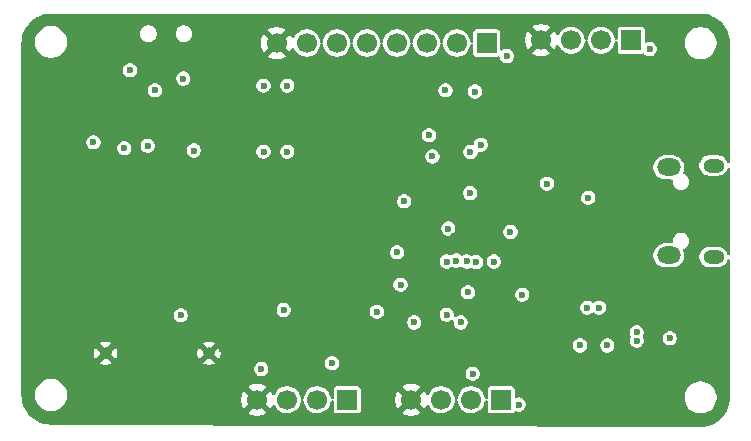
<source format=gbr>
%TF.GenerationSoftware,KiCad,Pcbnew,9.0.3*%
%TF.CreationDate,2025-09-24T15:40:22-07:00*%
%TF.ProjectId,linklet,6c696e6b-6c65-4742-9e6b-696361645f70,rev?*%
%TF.SameCoordinates,Original*%
%TF.FileFunction,Copper,L2,Inr*%
%TF.FilePolarity,Positive*%
%FSLAX46Y46*%
G04 Gerber Fmt 4.6, Leading zero omitted, Abs format (unit mm)*
G04 Created by KiCad (PCBNEW 9.0.3) date 2025-09-24 15:40:22*
%MOMM*%
%LPD*%
G01*
G04 APERTURE LIST*
%TA.AperFunction,ComponentPad*%
%ADD10R,1.700000X1.700000*%
%TD*%
%TA.AperFunction,ComponentPad*%
%ADD11C,1.700000*%
%TD*%
%TA.AperFunction,HeatsinkPad*%
%ADD12O,1.800000X1.150000*%
%TD*%
%TA.AperFunction,HeatsinkPad*%
%ADD13O,2.000000X1.450000*%
%TD*%
%TA.AperFunction,ComponentPad*%
%ADD14C,0.970000*%
%TD*%
%TA.AperFunction,ViaPad*%
%ADD15C,0.600000*%
%TD*%
G04 APERTURE END LIST*
D10*
%TO.N,+3.3V*%
%TO.C,J7*%
X95890000Y-82000000D03*
D11*
%TO.N,/USER_I2C_SDA*%
X93350000Y-82000000D03*
%TO.N,/USER_I2C_SCL*%
X90810000Y-82000000D03*
%TO.N,/USER_UART_TX*%
X88270000Y-82000000D03*
%TO.N,/USER_UART_RX*%
X85730000Y-82000000D03*
%TO.N,unconnected-(J7-Pin_6-Pad6)*%
X83190000Y-82000000D03*
%TO.N,unconnected-(J7-Pin_7-Pad7)*%
X80650000Y-82000000D03*
%TO.N,GND*%
X78110000Y-82000000D03*
%TD*%
D12*
%TO.N,unconnected-(J1-Shield-Pad6)_3*%
%TO.C,J1*%
X115095000Y-100115000D03*
D13*
%TO.N,unconnected-(J1-Shield-Pad6)_2*%
X111295000Y-99965000D03*
%TO.N,unconnected-(J1-Shield-Pad6)_1*%
X111295000Y-92515000D03*
D12*
%TO.N,unconnected-(J1-Shield-Pad6)*%
X115095000Y-92365000D03*
%TD*%
D10*
%TO.N,+3.3V*%
%TO.C,J2*%
X108120000Y-81750000D03*
D11*
%TO.N,/SWDIO*%
X105580000Y-81750000D03*
%TO.N,/SWCLK*%
X103040000Y-81750000D03*
%TO.N,GND*%
X100500000Y-81750000D03*
%TD*%
D14*
%TO.N,GND*%
%TO.C,J6*%
X63620000Y-108260000D03*
X72380000Y-108260000D03*
%TD*%
D10*
%TO.N,+3.3V*%
%TO.C,J4*%
X84080000Y-112200000D03*
D11*
%TO.N,/I2C_SCL*%
X81540000Y-112200000D03*
%TO.N,/I2C_SDA*%
X79000000Y-112200000D03*
%TO.N,GND*%
X76460000Y-112200000D03*
%TD*%
D10*
%TO.N,+3.3V*%
%TO.C,J3*%
X97120000Y-112200000D03*
D11*
%TO.N,/USART1_TX*%
X94580000Y-112200000D03*
%TO.N,/USART1_RX*%
X92040000Y-112200000D03*
%TO.N,GND*%
X89500000Y-112200000D03*
%TD*%
D15*
%TO.N,GND*%
X107000000Y-100800000D03*
X93106714Y-98356821D03*
X61900000Y-105400000D03*
X58500000Y-105500000D03*
X58400000Y-86300000D03*
X107800000Y-104400000D03*
X66200000Y-106400000D03*
X99900000Y-83500000D03*
X112800000Y-94900000D03*
X107000000Y-99900000D03*
X87700000Y-111900000D03*
X97090000Y-99850000D03*
X109500000Y-103600000D03*
X93400000Y-104350000D03*
X113100000Y-102100000D03*
X87700000Y-104500000D03*
X87450001Y-97959625D03*
X73500000Y-107900000D03*
X62400000Y-108600000D03*
X82600000Y-99800000D03*
X93000000Y-94700000D03*
X88000000Y-93800000D03*
X72100000Y-83500000D03*
X73500000Y-86100000D03*
X76200000Y-82900000D03*
X87200000Y-101900000D03*
X97900000Y-95162500D03*
X87700000Y-96200000D03*
X75500000Y-111200000D03*
X110400000Y-103600000D03*
X86000000Y-95700000D03*
X60000000Y-106000000D03*
X106600000Y-104400000D03*
%TO.N,+3.3V*%
X92400000Y-86000000D03*
X98600000Y-112600000D03*
X108600000Y-107200000D03*
X91000000Y-89800000D03*
X77000000Y-85600000D03*
X82800000Y-109100000D03*
X91300000Y-91600000D03*
X76800000Y-109600000D03*
X86600000Y-104750000D03*
X65700000Y-84300000D03*
X109700000Y-82500000D03*
X98900000Y-103300000D03*
X101000000Y-93900000D03*
X94900000Y-86100000D03*
X103800000Y-107600000D03*
X106100000Y-107600000D03*
X78700000Y-104600000D03*
X79000000Y-85600000D03*
X108600000Y-106500000D03*
X104500000Y-95100000D03*
X97600000Y-83100000D03*
X105400000Y-104400000D03*
X104400000Y-104400000D03*
X88900000Y-95400000D03*
X111400000Y-107000000D03*
%TO.N,+3.3VA*%
X88309620Y-99709620D03*
X88600000Y-102450000D03*
%TO.N,/NRST*%
X92650000Y-97700000D03*
X89750000Y-105650000D03*
%TO.N,/TX_LED*%
X94490380Y-94690380D03*
X79000000Y-91200000D03*
%TO.N,/RX_LED*%
X94515103Y-91215103D03*
X77000000Y-91200000D03*
%TO.N,/USART1_TX*%
X94700000Y-110000000D03*
X97900000Y-98000000D03*
%TO.N,/I2C_SDA*%
X96500000Y-100500000D03*
X92500000Y-105000000D03*
%TO.N,/BOOT0*%
X95400000Y-90600000D03*
X70200000Y-85000000D03*
%TO.N,/RFM69HCW_IRQ*%
X70000000Y-105050000D03*
X94992499Y-100535021D03*
%TO.N,/RFM69HCW_MISO*%
X71100000Y-91100000D03*
X94193879Y-100488064D03*
%TO.N,/RFM69HCW_SCK*%
X93320000Y-100410000D03*
X67200000Y-90700000D03*
%TO.N,/RFM69HCW_CS*%
X65200000Y-90900000D03*
X92500000Y-100500000D03*
%TO.N,/RFM69HCW_RESET*%
X62600000Y-90400000D03*
X93700000Y-105650000D03*
%TO.N,/RFM69HCW_MOSI*%
X94300000Y-103100000D03*
X67800000Y-86000000D03*
%TD*%
%TA.AperFunction,Conductor*%
%TO.N,GND*%
G36*
X114003736Y-79500726D02*
G01*
X114293796Y-79518271D01*
X114308659Y-79520076D01*
X114590798Y-79571780D01*
X114605335Y-79575363D01*
X114879172Y-79660695D01*
X114893163Y-79666000D01*
X115154743Y-79783727D01*
X115167989Y-79790680D01*
X115413465Y-79939075D01*
X115425776Y-79947573D01*
X115651573Y-80124473D01*
X115662781Y-80134403D01*
X115865596Y-80337218D01*
X115875526Y-80348426D01*
X115995481Y-80501538D01*
X116052422Y-80574217D01*
X116060926Y-80586537D01*
X116099291Y-80650000D01*
X116209316Y-80832004D01*
X116216275Y-80845263D01*
X116333997Y-81106831D01*
X116339306Y-81120832D01*
X116424635Y-81394663D01*
X116428219Y-81409201D01*
X116479923Y-81691340D01*
X116481728Y-81706205D01*
X116499274Y-81996263D01*
X116499500Y-82003750D01*
X116499500Y-92059961D01*
X116479815Y-92127000D01*
X116427011Y-92172755D01*
X116357853Y-92182699D01*
X116294297Y-92153674D01*
X116260939Y-92107414D01*
X116195859Y-91950297D01*
X116195854Y-91950288D01*
X116100045Y-91806901D01*
X116100042Y-91806897D01*
X115978102Y-91684957D01*
X115978098Y-91684954D01*
X115834711Y-91589145D01*
X115834698Y-91589138D01*
X115675378Y-91523146D01*
X115675366Y-91523143D01*
X115506232Y-91489500D01*
X115506229Y-91489500D01*
X114683771Y-91489500D01*
X114683768Y-91489500D01*
X114514633Y-91523143D01*
X114514621Y-91523146D01*
X114355301Y-91589138D01*
X114355288Y-91589145D01*
X114211901Y-91684954D01*
X114211897Y-91684957D01*
X114089957Y-91806897D01*
X114089954Y-91806901D01*
X113994145Y-91950288D01*
X113994138Y-91950301D01*
X113928146Y-92109621D01*
X113928143Y-92109633D01*
X113894500Y-92278766D01*
X113894500Y-92451233D01*
X113928143Y-92620366D01*
X113928146Y-92620378D01*
X113994138Y-92779698D01*
X113994145Y-92779711D01*
X114089954Y-92923098D01*
X114089957Y-92923102D01*
X114211897Y-93045042D01*
X114211901Y-93045045D01*
X114355288Y-93140854D01*
X114355301Y-93140861D01*
X114488142Y-93195885D01*
X114514626Y-93206855D01*
X114683766Y-93240499D01*
X114683769Y-93240500D01*
X114683771Y-93240500D01*
X115506231Y-93240500D01*
X115506232Y-93240499D01*
X115675374Y-93206855D01*
X115834705Y-93140858D01*
X115978099Y-93045045D01*
X116100045Y-92923099D01*
X116195858Y-92779705D01*
X116260939Y-92622586D01*
X116304780Y-92568182D01*
X116371074Y-92546117D01*
X116438773Y-92563396D01*
X116486384Y-92614533D01*
X116499500Y-92670038D01*
X116499500Y-99809961D01*
X116479815Y-99877000D01*
X116427011Y-99922755D01*
X116357853Y-99932699D01*
X116294297Y-99903674D01*
X116260939Y-99857414D01*
X116195859Y-99700297D01*
X116195854Y-99700288D01*
X116100045Y-99556901D01*
X116100042Y-99556897D01*
X115978102Y-99434957D01*
X115978098Y-99434954D01*
X115834711Y-99339145D01*
X115834698Y-99339138D01*
X115675378Y-99273146D01*
X115675366Y-99273143D01*
X115506232Y-99239500D01*
X115506229Y-99239500D01*
X114683771Y-99239500D01*
X114683768Y-99239500D01*
X114514633Y-99273143D01*
X114514621Y-99273146D01*
X114355301Y-99339138D01*
X114355288Y-99339145D01*
X114211901Y-99434954D01*
X114211897Y-99434957D01*
X114089957Y-99556897D01*
X114089954Y-99556901D01*
X113994145Y-99700288D01*
X113994138Y-99700301D01*
X113928146Y-99859621D01*
X113928143Y-99859633D01*
X113894500Y-100028766D01*
X113894500Y-100201233D01*
X113928143Y-100370366D01*
X113928146Y-100370378D01*
X113994138Y-100529698D01*
X113994145Y-100529711D01*
X114089954Y-100673098D01*
X114089957Y-100673102D01*
X114211897Y-100795042D01*
X114211901Y-100795045D01*
X114355288Y-100890854D01*
X114355301Y-100890861D01*
X114500708Y-100951090D01*
X114514626Y-100956855D01*
X114683766Y-100990499D01*
X114683769Y-100990500D01*
X114683771Y-100990500D01*
X115506231Y-100990500D01*
X115506232Y-100990499D01*
X115675374Y-100956855D01*
X115812028Y-100900251D01*
X115834698Y-100890861D01*
X115834698Y-100890860D01*
X115834705Y-100890858D01*
X115978099Y-100795045D01*
X116100045Y-100673099D01*
X116195858Y-100529705D01*
X116226402Y-100455966D01*
X116260939Y-100372586D01*
X116304780Y-100318182D01*
X116371074Y-100296117D01*
X116438773Y-100313396D01*
X116486384Y-100364533D01*
X116499500Y-100420038D01*
X116499500Y-111996249D01*
X116499274Y-112003736D01*
X116481728Y-112293794D01*
X116479923Y-112308659D01*
X116428219Y-112590798D01*
X116424635Y-112605336D01*
X116339306Y-112879167D01*
X116333997Y-112893168D01*
X116216275Y-113154736D01*
X116209316Y-113167995D01*
X116060928Y-113413459D01*
X116052422Y-113425782D01*
X115875526Y-113651573D01*
X115865596Y-113662781D01*
X115662781Y-113865596D01*
X115651573Y-113875526D01*
X115425782Y-114052422D01*
X115413459Y-114060928D01*
X115167995Y-114209316D01*
X115154736Y-114216275D01*
X114893168Y-114333997D01*
X114879167Y-114339306D01*
X114605336Y-114424635D01*
X114590798Y-114428219D01*
X114308659Y-114479923D01*
X114293794Y-114481728D01*
X114004010Y-114499256D01*
X113996072Y-114499481D01*
X59075615Y-114299771D01*
X59075600Y-114299771D01*
X59066782Y-114299737D01*
X59065892Y-114299500D01*
X59003564Y-114299500D01*
X59003298Y-114299499D01*
X59003249Y-114299484D01*
X58996277Y-114299274D01*
X58706205Y-114281728D01*
X58691340Y-114279923D01*
X58409201Y-114228219D01*
X58394663Y-114224635D01*
X58120832Y-114139306D01*
X58106831Y-114133997D01*
X57845263Y-114016275D01*
X57832004Y-114009316D01*
X57586540Y-113860928D01*
X57574217Y-113852422D01*
X57348426Y-113675526D01*
X57337218Y-113665596D01*
X57134403Y-113462781D01*
X57124473Y-113451573D01*
X57094613Y-113413459D01*
X56947573Y-113225776D01*
X56939075Y-113213465D01*
X56790680Y-112967989D01*
X56783727Y-112954743D01*
X56666000Y-112693163D01*
X56660693Y-112679167D01*
X56660658Y-112679056D01*
X56575363Y-112405335D01*
X56571780Y-112390798D01*
X56531678Y-112171969D01*
X56520075Y-112108657D01*
X56518271Y-112093794D01*
X56516800Y-112069483D01*
X56500726Y-111803736D01*
X56500500Y-111796249D01*
X56500500Y-111693713D01*
X57649500Y-111693713D01*
X57649500Y-111906287D01*
X57659534Y-111969644D01*
X57681678Y-112109454D01*
X57682754Y-112116243D01*
X57747738Y-112316243D01*
X57748444Y-112318414D01*
X57844951Y-112507820D01*
X57969890Y-112679786D01*
X58120213Y-112830109D01*
X58292179Y-112955048D01*
X58292181Y-112955049D01*
X58292184Y-112955051D01*
X58481588Y-113051557D01*
X58683757Y-113117246D01*
X58893713Y-113150500D01*
X58893714Y-113150500D01*
X59106286Y-113150500D01*
X59106287Y-113150500D01*
X59316243Y-113117246D01*
X59518412Y-113051557D01*
X59707816Y-112955051D01*
X59729789Y-112939086D01*
X59879786Y-112830109D01*
X59879788Y-112830106D01*
X59879792Y-112830104D01*
X60030104Y-112679792D01*
X60030106Y-112679788D01*
X60030109Y-112679786D01*
X60155048Y-112507820D01*
X60155047Y-112507820D01*
X60155051Y-112507816D01*
X60251557Y-112318412D01*
X60317246Y-112116243D01*
X60320808Y-112093753D01*
X75110000Y-112093753D01*
X75110000Y-112306246D01*
X75143242Y-112516127D01*
X75143242Y-112516130D01*
X75208904Y-112718217D01*
X75305375Y-112907550D01*
X75344728Y-112961716D01*
X75977037Y-112329408D01*
X75994075Y-112392993D01*
X76059901Y-112507007D01*
X76152993Y-112600099D01*
X76267007Y-112665925D01*
X76330590Y-112682962D01*
X75698282Y-113315269D01*
X75698282Y-113315270D01*
X75752449Y-113354624D01*
X75941782Y-113451095D01*
X76143870Y-113516757D01*
X76353754Y-113550000D01*
X76566246Y-113550000D01*
X76776127Y-113516757D01*
X76776130Y-113516757D01*
X76978217Y-113451095D01*
X77167554Y-113354622D01*
X77221716Y-113315270D01*
X77221717Y-113315270D01*
X76589408Y-112682962D01*
X76652993Y-112665925D01*
X76767007Y-112600099D01*
X76860099Y-112507007D01*
X76925925Y-112392993D01*
X76942962Y-112329408D01*
X77575270Y-112961717D01*
X77575270Y-112961716D01*
X77614622Y-112907554D01*
X77711095Y-112718217D01*
X77720492Y-112689295D01*
X77759928Y-112631618D01*
X77824286Y-112604419D01*
X77893133Y-112616331D01*
X77944610Y-112663574D01*
X77948908Y-112671314D01*
X78016004Y-112802995D01*
X78122441Y-112949494D01*
X78122445Y-112949499D01*
X78250500Y-113077554D01*
X78250505Y-113077558D01*
X78363396Y-113159577D01*
X78397006Y-113183996D01*
X78502484Y-113237740D01*
X78558360Y-113266211D01*
X78558363Y-113266212D01*
X78644476Y-113294191D01*
X78730591Y-113322171D01*
X78813429Y-113335291D01*
X78909449Y-113350500D01*
X78909454Y-113350500D01*
X79090551Y-113350500D01*
X79177259Y-113336765D01*
X79269409Y-113322171D01*
X79441639Y-113266211D01*
X79602994Y-113183996D01*
X79749501Y-113077553D01*
X79877553Y-112949501D01*
X79983996Y-112802994D01*
X80066211Y-112641639D01*
X80122171Y-112469409D01*
X80138198Y-112368216D01*
X80147527Y-112309321D01*
X80177456Y-112246186D01*
X80236768Y-112209255D01*
X80306630Y-112210253D01*
X80364863Y-112248863D01*
X80392473Y-112309321D01*
X80417829Y-112469410D01*
X80473787Y-112641636D01*
X80473788Y-112641639D01*
X80556006Y-112802997D01*
X80662441Y-112949494D01*
X80662445Y-112949499D01*
X80790500Y-113077554D01*
X80790505Y-113077558D01*
X80903396Y-113159577D01*
X80937006Y-113183996D01*
X81042484Y-113237740D01*
X81098360Y-113266211D01*
X81098363Y-113266212D01*
X81184476Y-113294191D01*
X81270591Y-113322171D01*
X81353429Y-113335291D01*
X81449449Y-113350500D01*
X81449454Y-113350500D01*
X81630551Y-113350500D01*
X81717259Y-113336765D01*
X81809409Y-113322171D01*
X81981639Y-113266211D01*
X82142994Y-113183996D01*
X82289501Y-113077553D01*
X82417553Y-112949501D01*
X82523996Y-112802994D01*
X82606211Y-112641639D01*
X82662171Y-112469409D01*
X82683027Y-112337729D01*
X82712956Y-112274595D01*
X82772267Y-112237663D01*
X82842130Y-112238661D01*
X82900363Y-112277271D01*
X82928477Y-112341234D01*
X82929500Y-112357127D01*
X82929500Y-113094856D01*
X82929502Y-113094882D01*
X82932413Y-113119987D01*
X82932415Y-113119991D01*
X82977793Y-113222764D01*
X82977794Y-113222765D01*
X83057235Y-113302206D01*
X83160009Y-113347585D01*
X83185135Y-113350500D01*
X84974864Y-113350499D01*
X84974879Y-113350497D01*
X84974882Y-113350497D01*
X84999987Y-113347586D01*
X84999988Y-113347585D01*
X84999991Y-113347585D01*
X85102765Y-113302206D01*
X85182206Y-113222765D01*
X85227585Y-113119991D01*
X85230500Y-113094865D01*
X85230499Y-112093753D01*
X88150000Y-112093753D01*
X88150000Y-112306246D01*
X88183242Y-112516127D01*
X88183242Y-112516130D01*
X88248904Y-112718217D01*
X88345375Y-112907550D01*
X88384728Y-112961716D01*
X89017037Y-112329408D01*
X89034075Y-112392993D01*
X89099901Y-112507007D01*
X89192993Y-112600099D01*
X89307007Y-112665925D01*
X89370590Y-112682962D01*
X88738282Y-113315269D01*
X88738282Y-113315270D01*
X88792449Y-113354624D01*
X88981782Y-113451095D01*
X89183870Y-113516757D01*
X89393754Y-113550000D01*
X89606246Y-113550000D01*
X89816127Y-113516757D01*
X89816130Y-113516757D01*
X90018217Y-113451095D01*
X90207554Y-113354622D01*
X90261716Y-113315270D01*
X90261717Y-113315270D01*
X89629408Y-112682962D01*
X89692993Y-112665925D01*
X89807007Y-112600099D01*
X89900099Y-112507007D01*
X89965925Y-112392993D01*
X89982962Y-112329408D01*
X90615270Y-112961717D01*
X90615270Y-112961716D01*
X90654622Y-112907554D01*
X90751095Y-112718217D01*
X90760492Y-112689295D01*
X90799928Y-112631618D01*
X90864286Y-112604419D01*
X90933133Y-112616331D01*
X90984610Y-112663574D01*
X90988908Y-112671314D01*
X91056004Y-112802995D01*
X91162441Y-112949494D01*
X91162445Y-112949499D01*
X91290500Y-113077554D01*
X91290505Y-113077558D01*
X91403396Y-113159577D01*
X91437006Y-113183996D01*
X91542484Y-113237740D01*
X91598360Y-113266211D01*
X91598363Y-113266212D01*
X91684476Y-113294191D01*
X91770591Y-113322171D01*
X91853429Y-113335291D01*
X91949449Y-113350500D01*
X91949454Y-113350500D01*
X92130551Y-113350500D01*
X92217259Y-113336765D01*
X92309409Y-113322171D01*
X92481639Y-113266211D01*
X92642994Y-113183996D01*
X92789501Y-113077553D01*
X92917553Y-112949501D01*
X93023996Y-112802994D01*
X93106211Y-112641639D01*
X93162171Y-112469409D01*
X93178198Y-112368216D01*
X93187527Y-112309321D01*
X93217456Y-112246186D01*
X93276768Y-112209255D01*
X93346630Y-112210253D01*
X93404863Y-112248863D01*
X93432473Y-112309321D01*
X93457829Y-112469410D01*
X93513787Y-112641636D01*
X93513788Y-112641639D01*
X93596006Y-112802997D01*
X93702441Y-112949494D01*
X93702445Y-112949499D01*
X93830500Y-113077554D01*
X93830505Y-113077558D01*
X93943396Y-113159577D01*
X93977006Y-113183996D01*
X94082484Y-113237740D01*
X94138360Y-113266211D01*
X94138363Y-113266212D01*
X94224476Y-113294191D01*
X94310591Y-113322171D01*
X94393429Y-113335291D01*
X94489449Y-113350500D01*
X94489454Y-113350500D01*
X94670551Y-113350500D01*
X94757259Y-113336765D01*
X94849409Y-113322171D01*
X95021639Y-113266211D01*
X95182994Y-113183996D01*
X95329501Y-113077553D01*
X95457553Y-112949501D01*
X95563996Y-112802994D01*
X95646211Y-112641639D01*
X95702171Y-112469409D01*
X95723027Y-112337729D01*
X95752956Y-112274595D01*
X95812267Y-112237663D01*
X95882130Y-112238661D01*
X95940363Y-112277271D01*
X95968477Y-112341234D01*
X95969500Y-112357127D01*
X95969500Y-113094856D01*
X95969502Y-113094882D01*
X95972413Y-113119987D01*
X95972415Y-113119991D01*
X96017793Y-113222764D01*
X96017794Y-113222765D01*
X96097235Y-113302206D01*
X96200009Y-113347585D01*
X96225135Y-113350500D01*
X98014864Y-113350499D01*
X98014879Y-113350497D01*
X98014882Y-113350497D01*
X98039987Y-113347586D01*
X98039988Y-113347585D01*
X98039991Y-113347585D01*
X98142765Y-113302206D01*
X98222206Y-113222765D01*
X98222207Y-113222760D01*
X98228699Y-113213286D01*
X98231113Y-113214939D01*
X98264765Y-113175093D01*
X98331549Y-113154558D01*
X98365218Y-113158773D01*
X98368213Y-113159575D01*
X98368216Y-113159577D01*
X98520943Y-113200500D01*
X98520945Y-113200500D01*
X98679055Y-113200500D01*
X98679057Y-113200500D01*
X98831784Y-113159577D01*
X98968716Y-113080520D01*
X99080520Y-112968716D01*
X99159577Y-112831784D01*
X99200500Y-112679057D01*
X99200500Y-112520943D01*
X99159577Y-112368216D01*
X99143999Y-112341234D01*
X99080524Y-112231290D01*
X99080518Y-112231282D01*
X98968717Y-112119481D01*
X98968709Y-112119475D01*
X98831790Y-112040426D01*
X98831786Y-112040424D01*
X98831784Y-112040423D01*
X98679057Y-111999500D01*
X98520943Y-111999500D01*
X98426592Y-112024781D01*
X98356742Y-112023118D01*
X98298880Y-111983955D01*
X98271376Y-111919726D01*
X98270499Y-111905006D01*
X98270499Y-111893713D01*
X112649500Y-111893713D01*
X112649500Y-112106286D01*
X112681657Y-112309321D01*
X112682754Y-112316243D01*
X112745001Y-112507820D01*
X112748444Y-112518414D01*
X112844951Y-112707820D01*
X112969890Y-112879786D01*
X113120213Y-113030109D01*
X113292179Y-113155048D01*
X113292181Y-113155049D01*
X113292184Y-113155051D01*
X113481588Y-113251557D01*
X113683757Y-113317246D01*
X113893713Y-113350500D01*
X113893714Y-113350500D01*
X114106286Y-113350500D01*
X114106287Y-113350500D01*
X114316243Y-113317246D01*
X114518412Y-113251557D01*
X114707816Y-113155051D01*
X114756078Y-113119987D01*
X114879786Y-113030109D01*
X114879788Y-113030106D01*
X114879792Y-113030104D01*
X115030104Y-112879792D01*
X115030106Y-112879788D01*
X115030109Y-112879786D01*
X115155048Y-112707820D01*
X115155047Y-112707820D01*
X115155051Y-112707816D01*
X115251557Y-112518412D01*
X115317246Y-112316243D01*
X115350500Y-112106287D01*
X115350500Y-111893713D01*
X115317246Y-111683757D01*
X115251557Y-111481588D01*
X115155051Y-111292184D01*
X115155049Y-111292181D01*
X115155048Y-111292179D01*
X115030109Y-111120213D01*
X114879786Y-110969890D01*
X114707820Y-110844951D01*
X114518414Y-110748444D01*
X114518413Y-110748443D01*
X114518412Y-110748443D01*
X114316243Y-110682754D01*
X114316241Y-110682753D01*
X114316240Y-110682753D01*
X114154957Y-110657208D01*
X114106287Y-110649500D01*
X113893713Y-110649500D01*
X113845042Y-110657208D01*
X113683760Y-110682753D01*
X113481585Y-110748444D01*
X113292179Y-110844951D01*
X113120213Y-110969890D01*
X112969890Y-111120213D01*
X112844951Y-111292179D01*
X112748444Y-111481585D01*
X112682753Y-111683760D01*
X112649500Y-111893713D01*
X98270499Y-111893713D01*
X98270499Y-111305143D01*
X98270499Y-111305136D01*
X98268997Y-111292184D01*
X98267586Y-111280012D01*
X98267585Y-111280010D01*
X98267585Y-111280009D01*
X98222206Y-111177235D01*
X98142765Y-111097794D01*
X98130048Y-111092179D01*
X98039992Y-111052415D01*
X98014865Y-111049500D01*
X96225143Y-111049500D01*
X96225117Y-111049502D01*
X96200012Y-111052413D01*
X96200008Y-111052415D01*
X96097235Y-111097793D01*
X96017794Y-111177234D01*
X95972415Y-111280006D01*
X95972415Y-111280008D01*
X95969500Y-111305131D01*
X95969500Y-112042871D01*
X95949815Y-112109910D01*
X95897011Y-112155665D01*
X95827853Y-112165609D01*
X95764297Y-112136584D01*
X95726523Y-112077806D01*
X95723027Y-112062269D01*
X95710623Y-111983955D01*
X95702171Y-111930591D01*
X95658530Y-111796275D01*
X95646212Y-111758363D01*
X95646211Y-111758360D01*
X95613271Y-111693713D01*
X95563996Y-111597006D01*
X95550396Y-111578287D01*
X95457558Y-111450505D01*
X95457554Y-111450500D01*
X95329499Y-111322445D01*
X95329494Y-111322441D01*
X95182997Y-111216006D01*
X95182996Y-111216005D01*
X95182994Y-111216004D01*
X95106906Y-111177235D01*
X95021639Y-111133788D01*
X95021636Y-111133787D01*
X94849410Y-111077829D01*
X94670551Y-111049500D01*
X94670546Y-111049500D01*
X94489454Y-111049500D01*
X94489449Y-111049500D01*
X94310589Y-111077829D01*
X94138363Y-111133787D01*
X94138360Y-111133788D01*
X93977002Y-111216006D01*
X93830505Y-111322441D01*
X93830500Y-111322445D01*
X93702445Y-111450500D01*
X93702441Y-111450505D01*
X93596006Y-111597002D01*
X93513788Y-111758360D01*
X93513787Y-111758363D01*
X93457829Y-111930589D01*
X93432473Y-112090678D01*
X93402544Y-112153813D01*
X93343232Y-112190744D01*
X93273369Y-112189746D01*
X93215137Y-112151136D01*
X93187527Y-112090678D01*
X93170623Y-111983955D01*
X93162171Y-111930591D01*
X93118530Y-111796275D01*
X93106212Y-111758363D01*
X93106211Y-111758360D01*
X93073271Y-111693713D01*
X93023996Y-111597006D01*
X93010396Y-111578287D01*
X92917558Y-111450505D01*
X92917554Y-111450500D01*
X92789499Y-111322445D01*
X92789494Y-111322441D01*
X92642997Y-111216006D01*
X92642996Y-111216005D01*
X92642994Y-111216004D01*
X92566906Y-111177235D01*
X92481639Y-111133788D01*
X92481636Y-111133787D01*
X92309410Y-111077829D01*
X92130551Y-111049500D01*
X92130546Y-111049500D01*
X91949454Y-111049500D01*
X91949449Y-111049500D01*
X91770589Y-111077829D01*
X91598363Y-111133787D01*
X91598360Y-111133788D01*
X91437002Y-111216006D01*
X91290505Y-111322441D01*
X91290500Y-111322445D01*
X91162445Y-111450500D01*
X91162441Y-111450505D01*
X91056004Y-111597004D01*
X90988908Y-111728685D01*
X90940933Y-111779480D01*
X90873112Y-111796275D01*
X90806977Y-111773737D01*
X90763527Y-111719021D01*
X90760492Y-111710705D01*
X90751094Y-111681780D01*
X90654624Y-111492449D01*
X90615270Y-111438282D01*
X90615269Y-111438282D01*
X89982962Y-112070590D01*
X89965925Y-112007007D01*
X89900099Y-111892993D01*
X89807007Y-111799901D01*
X89692993Y-111734075D01*
X89629409Y-111717037D01*
X90261716Y-111084728D01*
X90207550Y-111045375D01*
X90018217Y-110948904D01*
X89816129Y-110883242D01*
X89606246Y-110850000D01*
X89393754Y-110850000D01*
X89183872Y-110883242D01*
X89183869Y-110883242D01*
X88981782Y-110948904D01*
X88792439Y-111045380D01*
X88738282Y-111084727D01*
X88738282Y-111084728D01*
X89370591Y-111717037D01*
X89307007Y-111734075D01*
X89192993Y-111799901D01*
X89099901Y-111892993D01*
X89034075Y-112007007D01*
X89017037Y-112070591D01*
X88384728Y-111438282D01*
X88384727Y-111438282D01*
X88345380Y-111492439D01*
X88248904Y-111681782D01*
X88183242Y-111883869D01*
X88183242Y-111883872D01*
X88150000Y-112093753D01*
X85230499Y-112093753D01*
X85230499Y-111305136D01*
X85228997Y-111292184D01*
X85227586Y-111280012D01*
X85227585Y-111280011D01*
X85227585Y-111280009D01*
X85182206Y-111177235D01*
X85102765Y-111097794D01*
X85090048Y-111092179D01*
X84999992Y-111052415D01*
X84974865Y-111049500D01*
X83185143Y-111049500D01*
X83185117Y-111049502D01*
X83160012Y-111052413D01*
X83160008Y-111052415D01*
X83057235Y-111097793D01*
X82977794Y-111177234D01*
X82932415Y-111280006D01*
X82932415Y-111280008D01*
X82929500Y-111305131D01*
X82929500Y-112042871D01*
X82909815Y-112109910D01*
X82857011Y-112155665D01*
X82787853Y-112165609D01*
X82724297Y-112136584D01*
X82686523Y-112077806D01*
X82683027Y-112062269D01*
X82670623Y-111983955D01*
X82662171Y-111930591D01*
X82618530Y-111796275D01*
X82606212Y-111758363D01*
X82606211Y-111758360D01*
X82573271Y-111693713D01*
X82523996Y-111597006D01*
X82510396Y-111578287D01*
X82417558Y-111450505D01*
X82417554Y-111450500D01*
X82289499Y-111322445D01*
X82289494Y-111322441D01*
X82142997Y-111216006D01*
X82142996Y-111216005D01*
X82142994Y-111216004D01*
X82066906Y-111177235D01*
X81981639Y-111133788D01*
X81981636Y-111133787D01*
X81809410Y-111077829D01*
X81630551Y-111049500D01*
X81630546Y-111049500D01*
X81449454Y-111049500D01*
X81449449Y-111049500D01*
X81270589Y-111077829D01*
X81098363Y-111133787D01*
X81098360Y-111133788D01*
X80937002Y-111216006D01*
X80790505Y-111322441D01*
X80790500Y-111322445D01*
X80662445Y-111450500D01*
X80662441Y-111450505D01*
X80556006Y-111597002D01*
X80473788Y-111758360D01*
X80473787Y-111758363D01*
X80417829Y-111930589D01*
X80392473Y-112090678D01*
X80362544Y-112153813D01*
X80303232Y-112190744D01*
X80233369Y-112189746D01*
X80175137Y-112151136D01*
X80147527Y-112090678D01*
X80130623Y-111983955D01*
X80122171Y-111930591D01*
X80078530Y-111796275D01*
X80066212Y-111758363D01*
X80066211Y-111758360D01*
X80033271Y-111693713D01*
X79983996Y-111597006D01*
X79970396Y-111578287D01*
X79877558Y-111450505D01*
X79877554Y-111450500D01*
X79749499Y-111322445D01*
X79749494Y-111322441D01*
X79602997Y-111216006D01*
X79602996Y-111216005D01*
X79602994Y-111216004D01*
X79526906Y-111177235D01*
X79441639Y-111133788D01*
X79441636Y-111133787D01*
X79269410Y-111077829D01*
X79090551Y-111049500D01*
X79090546Y-111049500D01*
X78909454Y-111049500D01*
X78909449Y-111049500D01*
X78730589Y-111077829D01*
X78558363Y-111133787D01*
X78558360Y-111133788D01*
X78397002Y-111216006D01*
X78250505Y-111322441D01*
X78250500Y-111322445D01*
X78122445Y-111450500D01*
X78122441Y-111450505D01*
X78016004Y-111597004D01*
X77948908Y-111728685D01*
X77900933Y-111779480D01*
X77833112Y-111796275D01*
X77766977Y-111773737D01*
X77723527Y-111719021D01*
X77720492Y-111710705D01*
X77711094Y-111681780D01*
X77614624Y-111492449D01*
X77575270Y-111438282D01*
X77575269Y-111438282D01*
X76942962Y-112070590D01*
X76925925Y-112007007D01*
X76860099Y-111892993D01*
X76767007Y-111799901D01*
X76652993Y-111734075D01*
X76589409Y-111717037D01*
X77221716Y-111084728D01*
X77167550Y-111045375D01*
X76978217Y-110948904D01*
X76776129Y-110883242D01*
X76566246Y-110850000D01*
X76353754Y-110850000D01*
X76143872Y-110883242D01*
X76143869Y-110883242D01*
X75941782Y-110948904D01*
X75752439Y-111045380D01*
X75698282Y-111084727D01*
X75698282Y-111084728D01*
X76330591Y-111717037D01*
X76267007Y-111734075D01*
X76152993Y-111799901D01*
X76059901Y-111892993D01*
X75994075Y-112007007D01*
X75977037Y-112070591D01*
X75344728Y-111438282D01*
X75344727Y-111438282D01*
X75305380Y-111492439D01*
X75208904Y-111681782D01*
X75143242Y-111883869D01*
X75143242Y-111883872D01*
X75110000Y-112093753D01*
X60320808Y-112093753D01*
X60350500Y-111906287D01*
X60350500Y-111693713D01*
X60317246Y-111483757D01*
X60251557Y-111281588D01*
X60155051Y-111092184D01*
X60155049Y-111092181D01*
X60155048Y-111092179D01*
X60030109Y-110920213D01*
X59879786Y-110769890D01*
X59707820Y-110644951D01*
X59518414Y-110548444D01*
X59518413Y-110548443D01*
X59518412Y-110548443D01*
X59316243Y-110482754D01*
X59316241Y-110482753D01*
X59316240Y-110482753D01*
X59154957Y-110457208D01*
X59106287Y-110449500D01*
X58893713Y-110449500D01*
X58845042Y-110457208D01*
X58683760Y-110482753D01*
X58481585Y-110548444D01*
X58292179Y-110644951D01*
X58120213Y-110769890D01*
X57969890Y-110920213D01*
X57844951Y-111092179D01*
X57748444Y-111281585D01*
X57682753Y-111483760D01*
X57664817Y-111597004D01*
X57649500Y-111693713D01*
X56500500Y-111693713D01*
X56500500Y-109520943D01*
X76199500Y-109520943D01*
X76199500Y-109679057D01*
X76205246Y-109700499D01*
X76240423Y-109831783D01*
X76240426Y-109831790D01*
X76319475Y-109968709D01*
X76319479Y-109968714D01*
X76319480Y-109968716D01*
X76431284Y-110080520D01*
X76431286Y-110080521D01*
X76431290Y-110080524D01*
X76568209Y-110159573D01*
X76568216Y-110159577D01*
X76720943Y-110200500D01*
X76720945Y-110200500D01*
X76879055Y-110200500D01*
X76879057Y-110200500D01*
X77031784Y-110159577D01*
X77168716Y-110080520D01*
X77280520Y-109968716D01*
X77308102Y-109920943D01*
X94099500Y-109920943D01*
X94099500Y-110079057D01*
X94132041Y-110200500D01*
X94140423Y-110231783D01*
X94140426Y-110231790D01*
X94219475Y-110368709D01*
X94219479Y-110368714D01*
X94219480Y-110368716D01*
X94331284Y-110480520D01*
X94331286Y-110480521D01*
X94331290Y-110480524D01*
X94335153Y-110482754D01*
X94468216Y-110559577D01*
X94620943Y-110600500D01*
X94620945Y-110600500D01*
X94779055Y-110600500D01*
X94779057Y-110600500D01*
X94931784Y-110559577D01*
X95068716Y-110480520D01*
X95180520Y-110368716D01*
X95259577Y-110231784D01*
X95300500Y-110079057D01*
X95300500Y-109920943D01*
X95259577Y-109768216D01*
X95208101Y-109679056D01*
X95180524Y-109631290D01*
X95180518Y-109631282D01*
X95068717Y-109519481D01*
X95068709Y-109519475D01*
X94931790Y-109440426D01*
X94931786Y-109440424D01*
X94931784Y-109440423D01*
X94779057Y-109399500D01*
X94620943Y-109399500D01*
X94468216Y-109440423D01*
X94468209Y-109440426D01*
X94331290Y-109519475D01*
X94331282Y-109519481D01*
X94219481Y-109631282D01*
X94219475Y-109631290D01*
X94140426Y-109768209D01*
X94140423Y-109768216D01*
X94099500Y-109920943D01*
X77308102Y-109920943D01*
X77359577Y-109831784D01*
X77400500Y-109679057D01*
X77400500Y-109520943D01*
X77359577Y-109368216D01*
X77288439Y-109245000D01*
X77280524Y-109231290D01*
X77280518Y-109231282D01*
X77168717Y-109119481D01*
X77168716Y-109119480D01*
X77031784Y-109040423D01*
X76959084Y-109020943D01*
X82199500Y-109020943D01*
X82199500Y-109179057D01*
X82217170Y-109245000D01*
X82240423Y-109331783D01*
X82240426Y-109331790D01*
X82319475Y-109468709D01*
X82319479Y-109468714D01*
X82319480Y-109468716D01*
X82431284Y-109580520D01*
X82431286Y-109580521D01*
X82431290Y-109580524D01*
X82519221Y-109631290D01*
X82568216Y-109659577D01*
X82720943Y-109700500D01*
X82720945Y-109700500D01*
X82879055Y-109700500D01*
X82879057Y-109700500D01*
X83031784Y-109659577D01*
X83168716Y-109580520D01*
X83280520Y-109468716D01*
X83359577Y-109331784D01*
X83400500Y-109179057D01*
X83400500Y-109020943D01*
X83359577Y-108868216D01*
X83296063Y-108758205D01*
X83280524Y-108731290D01*
X83280518Y-108731282D01*
X83168717Y-108619481D01*
X83168709Y-108619475D01*
X83031790Y-108540426D01*
X83031786Y-108540424D01*
X83031784Y-108540423D01*
X82879057Y-108499500D01*
X82720943Y-108499500D01*
X82568216Y-108540423D01*
X82568209Y-108540426D01*
X82431290Y-108619475D01*
X82431282Y-108619481D01*
X82319481Y-108731282D01*
X82319475Y-108731290D01*
X82240426Y-108868209D01*
X82240423Y-108868216D01*
X82199500Y-109020943D01*
X76959084Y-109020943D01*
X76879057Y-108999500D01*
X76720943Y-108999500D01*
X76568216Y-109040423D01*
X76568209Y-109040426D01*
X76431290Y-109119475D01*
X76431282Y-109119481D01*
X76319481Y-109231282D01*
X76319475Y-109231290D01*
X76240426Y-109368209D01*
X76240423Y-109368216D01*
X76199500Y-109520943D01*
X56500500Y-109520943D01*
X56500500Y-109111758D01*
X63121794Y-109111758D01*
X63121794Y-109111759D01*
X63153431Y-109132898D01*
X63332681Y-109207145D01*
X63332693Y-109207148D01*
X63522981Y-109244999D01*
X63522984Y-109245000D01*
X63717016Y-109245000D01*
X63717018Y-109244999D01*
X63907306Y-109207148D01*
X63907318Y-109207145D01*
X64086565Y-109132899D01*
X64118204Y-109111758D01*
X71881794Y-109111758D01*
X71881794Y-109111759D01*
X71913431Y-109132898D01*
X72092681Y-109207145D01*
X72092693Y-109207148D01*
X72282981Y-109244999D01*
X72282984Y-109245000D01*
X72477016Y-109245000D01*
X72477018Y-109244999D01*
X72667306Y-109207148D01*
X72667318Y-109207145D01*
X72846565Y-109132899D01*
X72878204Y-109111758D01*
X72380001Y-108613554D01*
X72380000Y-108613554D01*
X71881794Y-109111758D01*
X64118204Y-109111758D01*
X63620001Y-108613554D01*
X63620000Y-108613554D01*
X63121794Y-109111758D01*
X56500500Y-109111758D01*
X56500500Y-108162981D01*
X62635000Y-108162981D01*
X62635000Y-108357018D01*
X62672851Y-108547306D01*
X62672853Y-108547314D01*
X62747102Y-108726568D01*
X62747106Y-108726575D01*
X62768240Y-108758204D01*
X62768241Y-108758205D01*
X63266446Y-108260000D01*
X63220696Y-108214250D01*
X63390000Y-108214250D01*
X63390000Y-108305750D01*
X63425015Y-108390285D01*
X63489715Y-108454985D01*
X63574250Y-108490000D01*
X63665750Y-108490000D01*
X63750285Y-108454985D01*
X63814985Y-108390285D01*
X63850000Y-108305750D01*
X63850000Y-108259999D01*
X63973554Y-108259999D01*
X63973554Y-108260000D01*
X64471758Y-108758204D01*
X64492899Y-108726565D01*
X64567145Y-108547318D01*
X64567148Y-108547306D01*
X64604999Y-108357018D01*
X64605000Y-108357016D01*
X64605000Y-108162983D01*
X64604999Y-108162981D01*
X71395000Y-108162981D01*
X71395000Y-108357018D01*
X71432851Y-108547306D01*
X71432853Y-108547314D01*
X71507102Y-108726568D01*
X71507106Y-108726575D01*
X71528240Y-108758204D01*
X71528241Y-108758205D01*
X72026446Y-108260000D01*
X71980696Y-108214250D01*
X72150000Y-108214250D01*
X72150000Y-108305750D01*
X72185015Y-108390285D01*
X72249715Y-108454985D01*
X72334250Y-108490000D01*
X72425750Y-108490000D01*
X72510285Y-108454985D01*
X72574985Y-108390285D01*
X72610000Y-108305750D01*
X72610000Y-108259999D01*
X72733554Y-108259999D01*
X72733554Y-108260000D01*
X73231758Y-108758204D01*
X73252899Y-108726565D01*
X73327145Y-108547318D01*
X73327148Y-108547306D01*
X73364999Y-108357018D01*
X73365000Y-108357016D01*
X73365000Y-108162983D01*
X73364999Y-108162981D01*
X73327148Y-107972693D01*
X73327145Y-107972681D01*
X73252898Y-107793431D01*
X73231758Y-107761794D01*
X72733554Y-108259999D01*
X72610000Y-108259999D01*
X72610000Y-108214250D01*
X72574985Y-108129715D01*
X72510285Y-108065015D01*
X72425750Y-108030000D01*
X72334250Y-108030000D01*
X72249715Y-108065015D01*
X72185015Y-108129715D01*
X72150000Y-108214250D01*
X71980696Y-108214250D01*
X71528240Y-107761794D01*
X71507104Y-107793426D01*
X71507103Y-107793428D01*
X71432853Y-107972685D01*
X71432851Y-107972693D01*
X71395000Y-108162981D01*
X64604999Y-108162981D01*
X64567148Y-107972693D01*
X64567145Y-107972681D01*
X64492898Y-107793431D01*
X64471758Y-107761794D01*
X63973554Y-108259999D01*
X63850000Y-108259999D01*
X63850000Y-108214250D01*
X63814985Y-108129715D01*
X63750285Y-108065015D01*
X63665750Y-108030000D01*
X63574250Y-108030000D01*
X63489715Y-108065015D01*
X63425015Y-108129715D01*
X63390000Y-108214250D01*
X63220696Y-108214250D01*
X62768240Y-107761794D01*
X62747104Y-107793426D01*
X62747103Y-107793428D01*
X62672853Y-107972685D01*
X62672851Y-107972693D01*
X62635000Y-108162981D01*
X56500500Y-108162981D01*
X56500500Y-107408240D01*
X63121794Y-107408240D01*
X63620000Y-107906446D01*
X63620001Y-107906446D01*
X64118205Y-107408240D01*
X71881794Y-107408240D01*
X72380000Y-107906446D01*
X72380001Y-107906446D01*
X72765503Y-107520943D01*
X103199500Y-107520943D01*
X103199500Y-107679057D01*
X103232041Y-107800500D01*
X103240423Y-107831783D01*
X103240426Y-107831790D01*
X103319475Y-107968709D01*
X103319479Y-107968714D01*
X103319480Y-107968716D01*
X103431284Y-108080520D01*
X103431286Y-108080521D01*
X103431290Y-108080524D01*
X103516493Y-108129715D01*
X103568216Y-108159577D01*
X103720943Y-108200500D01*
X103720945Y-108200500D01*
X103879055Y-108200500D01*
X103879057Y-108200500D01*
X104031784Y-108159577D01*
X104168716Y-108080520D01*
X104280520Y-107968716D01*
X104359577Y-107831784D01*
X104400500Y-107679057D01*
X104400500Y-107520943D01*
X105499500Y-107520943D01*
X105499500Y-107679057D01*
X105532041Y-107800500D01*
X105540423Y-107831783D01*
X105540426Y-107831790D01*
X105619475Y-107968709D01*
X105619479Y-107968714D01*
X105619480Y-107968716D01*
X105731284Y-108080520D01*
X105731286Y-108080521D01*
X105731290Y-108080524D01*
X105816493Y-108129715D01*
X105868216Y-108159577D01*
X106020943Y-108200500D01*
X106020945Y-108200500D01*
X106179055Y-108200500D01*
X106179057Y-108200500D01*
X106331784Y-108159577D01*
X106468716Y-108080520D01*
X106580520Y-107968716D01*
X106659577Y-107831784D01*
X106700500Y-107679057D01*
X106700500Y-107520943D01*
X106659577Y-107368216D01*
X106659573Y-107368209D01*
X106580524Y-107231290D01*
X106580518Y-107231282D01*
X106468717Y-107119481D01*
X106468709Y-107119475D01*
X106331790Y-107040426D01*
X106331786Y-107040424D01*
X106331784Y-107040423D01*
X106179057Y-106999500D01*
X106020943Y-106999500D01*
X105868216Y-107040423D01*
X105868209Y-107040426D01*
X105731290Y-107119475D01*
X105731282Y-107119481D01*
X105619481Y-107231282D01*
X105619475Y-107231290D01*
X105540426Y-107368209D01*
X105540423Y-107368216D01*
X105499500Y-107520943D01*
X104400500Y-107520943D01*
X104359577Y-107368216D01*
X104359573Y-107368209D01*
X104280524Y-107231290D01*
X104280518Y-107231282D01*
X104168717Y-107119481D01*
X104168709Y-107119475D01*
X104031790Y-107040426D01*
X104031786Y-107040424D01*
X104031784Y-107040423D01*
X103879057Y-106999500D01*
X103720943Y-106999500D01*
X103568216Y-107040423D01*
X103568209Y-107040426D01*
X103431290Y-107119475D01*
X103431282Y-107119481D01*
X103319481Y-107231282D01*
X103319475Y-107231290D01*
X103240426Y-107368209D01*
X103240423Y-107368216D01*
X103199500Y-107520943D01*
X72765503Y-107520943D01*
X72861311Y-107425135D01*
X72878205Y-107408240D01*
X72846575Y-107387106D01*
X72846568Y-107387102D01*
X72667314Y-107312853D01*
X72667306Y-107312851D01*
X72477017Y-107275000D01*
X72282983Y-107275000D01*
X72092693Y-107312851D01*
X72092685Y-107312853D01*
X71913428Y-107387103D01*
X71913426Y-107387104D01*
X71881794Y-107408240D01*
X64118205Y-107408240D01*
X64086575Y-107387106D01*
X64086568Y-107387102D01*
X63907314Y-107312853D01*
X63907306Y-107312851D01*
X63717017Y-107275000D01*
X63522983Y-107275000D01*
X63332693Y-107312851D01*
X63332685Y-107312853D01*
X63153428Y-107387103D01*
X63153426Y-107387104D01*
X63121794Y-107408240D01*
X56500500Y-107408240D01*
X56500500Y-106420943D01*
X107999500Y-106420943D01*
X107999500Y-106579056D01*
X108040423Y-106731783D01*
X108040425Y-106731788D01*
X108072879Y-106788002D01*
X108089350Y-106855902D01*
X108072879Y-106911998D01*
X108040425Y-106968211D01*
X108040423Y-106968216D01*
X107999500Y-107120943D01*
X107999500Y-107279057D01*
X108038642Y-107425135D01*
X108040423Y-107431783D01*
X108040426Y-107431790D01*
X108119475Y-107568709D01*
X108119479Y-107568714D01*
X108119480Y-107568716D01*
X108231284Y-107680520D01*
X108231286Y-107680521D01*
X108231290Y-107680524D01*
X108368209Y-107759573D01*
X108368216Y-107759577D01*
X108520943Y-107800500D01*
X108520945Y-107800500D01*
X108679055Y-107800500D01*
X108679057Y-107800500D01*
X108831784Y-107759577D01*
X108968716Y-107680520D01*
X109080520Y-107568716D01*
X109159577Y-107431784D01*
X109200500Y-107279057D01*
X109200500Y-107120943D01*
X109159577Y-106968216D01*
X109159574Y-106968211D01*
X109159573Y-106968208D01*
X109132284Y-106920943D01*
X110799500Y-106920943D01*
X110799500Y-107079057D01*
X110840289Y-107231282D01*
X110840423Y-107231783D01*
X110840426Y-107231790D01*
X110919475Y-107368709D01*
X110919479Y-107368714D01*
X110919480Y-107368716D01*
X111031284Y-107480520D01*
X111031286Y-107480521D01*
X111031290Y-107480524D01*
X111168209Y-107559573D01*
X111168216Y-107559577D01*
X111320943Y-107600500D01*
X111320945Y-107600500D01*
X111479055Y-107600500D01*
X111479057Y-107600500D01*
X111631784Y-107559577D01*
X111768716Y-107480520D01*
X111880520Y-107368716D01*
X111959577Y-107231784D01*
X112000500Y-107079057D01*
X112000500Y-106920943D01*
X111959577Y-106768216D01*
X111959573Y-106768209D01*
X111880524Y-106631290D01*
X111880518Y-106631282D01*
X111768717Y-106519481D01*
X111768709Y-106519475D01*
X111631790Y-106440426D01*
X111631786Y-106440424D01*
X111631784Y-106440423D01*
X111479057Y-106399500D01*
X111320943Y-106399500D01*
X111168216Y-106440423D01*
X111168209Y-106440426D01*
X111031290Y-106519475D01*
X111031282Y-106519481D01*
X110919481Y-106631282D01*
X110919475Y-106631290D01*
X110840426Y-106768209D01*
X110840423Y-106768216D01*
X110799500Y-106920943D01*
X109132284Y-106920943D01*
X109127121Y-106912001D01*
X109110647Y-106844102D01*
X109127118Y-106788003D01*
X109159577Y-106731784D01*
X109200500Y-106579057D01*
X109200500Y-106420943D01*
X109159577Y-106268216D01*
X109125722Y-106209577D01*
X109080524Y-106131290D01*
X109080518Y-106131282D01*
X108968717Y-106019481D01*
X108968709Y-106019475D01*
X108831790Y-105940426D01*
X108831786Y-105940424D01*
X108831784Y-105940423D01*
X108679057Y-105899500D01*
X108520943Y-105899500D01*
X108368216Y-105940423D01*
X108368209Y-105940426D01*
X108231290Y-106019475D01*
X108231282Y-106019481D01*
X108119481Y-106131282D01*
X108119475Y-106131290D01*
X108040426Y-106268209D01*
X108040423Y-106268216D01*
X107999500Y-106420943D01*
X56500500Y-106420943D01*
X56500500Y-104970943D01*
X69399500Y-104970943D01*
X69399500Y-105129057D01*
X69440289Y-105281282D01*
X69440423Y-105281783D01*
X69440426Y-105281790D01*
X69519475Y-105418709D01*
X69519479Y-105418714D01*
X69519480Y-105418716D01*
X69631284Y-105530520D01*
X69631286Y-105530521D01*
X69631290Y-105530524D01*
X69752492Y-105600499D01*
X69768216Y-105609577D01*
X69920943Y-105650500D01*
X69920945Y-105650500D01*
X70079055Y-105650500D01*
X70079057Y-105650500D01*
X70231784Y-105609577D01*
X70298701Y-105570943D01*
X89149500Y-105570943D01*
X89149500Y-105729056D01*
X89190423Y-105881783D01*
X89190426Y-105881790D01*
X89269475Y-106018709D01*
X89269479Y-106018714D01*
X89269480Y-106018716D01*
X89381284Y-106130520D01*
X89381286Y-106130521D01*
X89381290Y-106130524D01*
X89518209Y-106209573D01*
X89518216Y-106209577D01*
X89670943Y-106250500D01*
X89670945Y-106250500D01*
X89829055Y-106250500D01*
X89829057Y-106250500D01*
X89981784Y-106209577D01*
X90118716Y-106130520D01*
X90230520Y-106018716D01*
X90309577Y-105881784D01*
X90350500Y-105729057D01*
X90350500Y-105570943D01*
X90309577Y-105418216D01*
X90280999Y-105368717D01*
X90230524Y-105281290D01*
X90230518Y-105281282D01*
X90118717Y-105169481D01*
X90118709Y-105169475D01*
X89981790Y-105090426D01*
X89981786Y-105090424D01*
X89981784Y-105090423D01*
X89829057Y-105049500D01*
X89670943Y-105049500D01*
X89518216Y-105090423D01*
X89518209Y-105090426D01*
X89381290Y-105169475D01*
X89381282Y-105169481D01*
X89269481Y-105281282D01*
X89269475Y-105281290D01*
X89190426Y-105418209D01*
X89190423Y-105418216D01*
X89149500Y-105570943D01*
X70298701Y-105570943D01*
X70368716Y-105530520D01*
X70480520Y-105418716D01*
X70559577Y-105281784D01*
X70600500Y-105129057D01*
X70600500Y-104970943D01*
X70559577Y-104818216D01*
X70530999Y-104768717D01*
X70480524Y-104681290D01*
X70480518Y-104681282D01*
X70368717Y-104569481D01*
X70368709Y-104569475D01*
X70284648Y-104520943D01*
X78099500Y-104520943D01*
X78099500Y-104679057D01*
X78139693Y-104829057D01*
X78140423Y-104831783D01*
X78140426Y-104831790D01*
X78219475Y-104968709D01*
X78219479Y-104968714D01*
X78219480Y-104968716D01*
X78331284Y-105080520D01*
X78331286Y-105080521D01*
X78331290Y-105080524D01*
X78415353Y-105129057D01*
X78468216Y-105159577D01*
X78620943Y-105200500D01*
X78620945Y-105200500D01*
X78779055Y-105200500D01*
X78779057Y-105200500D01*
X78931784Y-105159577D01*
X79068716Y-105080520D01*
X79180520Y-104968716D01*
X79259577Y-104831784D01*
X79300500Y-104679057D01*
X79300500Y-104670943D01*
X85999500Y-104670943D01*
X85999500Y-104829057D01*
X86036922Y-104968716D01*
X86040423Y-104981783D01*
X86040426Y-104981790D01*
X86119475Y-105118709D01*
X86119479Y-105118714D01*
X86119480Y-105118716D01*
X86231284Y-105230520D01*
X86231286Y-105230521D01*
X86231290Y-105230524D01*
X86320087Y-105281790D01*
X86368216Y-105309577D01*
X86520943Y-105350500D01*
X86520945Y-105350500D01*
X86679055Y-105350500D01*
X86679057Y-105350500D01*
X86831784Y-105309577D01*
X86968716Y-105230520D01*
X87080520Y-105118716D01*
X87159577Y-104981784D01*
X87175879Y-104920943D01*
X91899500Y-104920943D01*
X91899500Y-105079057D01*
X91940086Y-105230524D01*
X91940423Y-105231783D01*
X91940426Y-105231790D01*
X92019475Y-105368709D01*
X92019479Y-105368714D01*
X92019480Y-105368716D01*
X92131284Y-105480520D01*
X92131286Y-105480521D01*
X92131290Y-105480524D01*
X92217887Y-105530520D01*
X92268216Y-105559577D01*
X92420943Y-105600500D01*
X92420945Y-105600500D01*
X92579055Y-105600500D01*
X92579057Y-105600500D01*
X92731784Y-105559577D01*
X92868716Y-105480520D01*
X92889901Y-105459334D01*
X92951220Y-105425851D01*
X93020911Y-105430834D01*
X93076846Y-105472705D01*
X93101264Y-105538169D01*
X93100519Y-105563202D01*
X93099500Y-105570941D01*
X93099500Y-105729056D01*
X93140423Y-105881783D01*
X93140426Y-105881790D01*
X93219475Y-106018709D01*
X93219479Y-106018714D01*
X93219480Y-106018716D01*
X93331284Y-106130520D01*
X93331286Y-106130521D01*
X93331290Y-106130524D01*
X93468209Y-106209573D01*
X93468216Y-106209577D01*
X93620943Y-106250500D01*
X93620945Y-106250500D01*
X93779055Y-106250500D01*
X93779057Y-106250500D01*
X93931784Y-106209577D01*
X94068716Y-106130520D01*
X94180520Y-106018716D01*
X94259577Y-105881784D01*
X94300500Y-105729057D01*
X94300500Y-105570943D01*
X94259577Y-105418216D01*
X94230999Y-105368717D01*
X94180524Y-105281290D01*
X94180518Y-105281282D01*
X94068717Y-105169481D01*
X94068709Y-105169475D01*
X93931790Y-105090426D01*
X93931786Y-105090424D01*
X93931784Y-105090423D01*
X93779057Y-105049500D01*
X93620943Y-105049500D01*
X93468216Y-105090423D01*
X93468209Y-105090426D01*
X93331290Y-105169475D01*
X93331286Y-105169478D01*
X93310099Y-105190665D01*
X93248775Y-105224149D01*
X93179083Y-105219163D01*
X93123151Y-105177291D01*
X93098735Y-105111826D01*
X93099481Y-105086788D01*
X93100498Y-105079061D01*
X93100500Y-105079057D01*
X93100500Y-104920943D01*
X93059577Y-104768216D01*
X93059573Y-104768209D01*
X92980524Y-104631290D01*
X92980518Y-104631282D01*
X92868717Y-104519481D01*
X92868709Y-104519475D01*
X92731790Y-104440426D01*
X92731786Y-104440424D01*
X92731784Y-104440423D01*
X92579057Y-104399500D01*
X92420943Y-104399500D01*
X92268216Y-104440423D01*
X92268209Y-104440426D01*
X92131290Y-104519475D01*
X92131282Y-104519481D01*
X92019481Y-104631282D01*
X92019475Y-104631290D01*
X91940426Y-104768209D01*
X91940423Y-104768216D01*
X91899500Y-104920943D01*
X87175879Y-104920943D01*
X87200500Y-104829057D01*
X87200500Y-104670943D01*
X87159577Y-104518216D01*
X87119904Y-104449500D01*
X87080524Y-104381290D01*
X87080518Y-104381282D01*
X87020179Y-104320943D01*
X103799500Y-104320943D01*
X103799500Y-104479057D01*
X103840289Y-104631282D01*
X103840423Y-104631783D01*
X103840426Y-104631790D01*
X103919475Y-104768709D01*
X103919479Y-104768714D01*
X103919480Y-104768716D01*
X104031284Y-104880520D01*
X104031286Y-104880521D01*
X104031290Y-104880524D01*
X104168209Y-104959573D01*
X104168216Y-104959577D01*
X104320943Y-105000500D01*
X104320945Y-105000500D01*
X104479055Y-105000500D01*
X104479057Y-105000500D01*
X104631784Y-104959577D01*
X104768716Y-104880520D01*
X104812319Y-104836917D01*
X104873642Y-104803432D01*
X104943334Y-104808416D01*
X104987681Y-104836917D01*
X105031284Y-104880520D01*
X105031286Y-104880521D01*
X105031290Y-104880524D01*
X105168209Y-104959573D01*
X105168216Y-104959577D01*
X105320943Y-105000500D01*
X105320945Y-105000500D01*
X105479055Y-105000500D01*
X105479057Y-105000500D01*
X105631784Y-104959577D01*
X105768716Y-104880520D01*
X105880520Y-104768716D01*
X105959577Y-104631784D01*
X106000500Y-104479057D01*
X106000500Y-104320943D01*
X105959577Y-104168216D01*
X105959573Y-104168209D01*
X105880524Y-104031290D01*
X105880518Y-104031282D01*
X105768717Y-103919481D01*
X105768709Y-103919475D01*
X105631790Y-103840426D01*
X105631786Y-103840424D01*
X105631784Y-103840423D01*
X105479057Y-103799500D01*
X105320943Y-103799500D01*
X105168216Y-103840423D01*
X105168209Y-103840426D01*
X105031290Y-103919475D01*
X105031282Y-103919481D01*
X104987681Y-103963083D01*
X104926358Y-103996568D01*
X104856666Y-103991584D01*
X104812319Y-103963083D01*
X104768717Y-103919481D01*
X104768709Y-103919475D01*
X104631790Y-103840426D01*
X104631786Y-103840424D01*
X104631784Y-103840423D01*
X104479057Y-103799500D01*
X104320943Y-103799500D01*
X104168216Y-103840423D01*
X104168209Y-103840426D01*
X104031290Y-103919475D01*
X104031282Y-103919481D01*
X103919481Y-104031282D01*
X103919475Y-104031290D01*
X103840426Y-104168209D01*
X103840423Y-104168216D01*
X103799500Y-104320943D01*
X87020179Y-104320943D01*
X86968717Y-104269481D01*
X86968709Y-104269475D01*
X86831790Y-104190426D01*
X86831786Y-104190424D01*
X86831784Y-104190423D01*
X86679057Y-104149500D01*
X86520943Y-104149500D01*
X86368216Y-104190423D01*
X86368209Y-104190426D01*
X86231290Y-104269475D01*
X86231282Y-104269481D01*
X86119481Y-104381282D01*
X86119475Y-104381290D01*
X86040426Y-104518209D01*
X86040423Y-104518216D01*
X85999500Y-104670943D01*
X79300500Y-104670943D01*
X79300500Y-104520943D01*
X79259577Y-104368216D01*
X79259573Y-104368209D01*
X79180524Y-104231290D01*
X79180518Y-104231282D01*
X79068717Y-104119481D01*
X79068709Y-104119475D01*
X78931790Y-104040426D01*
X78931786Y-104040424D01*
X78931784Y-104040423D01*
X78779057Y-103999500D01*
X78620943Y-103999500D01*
X78468216Y-104040423D01*
X78468209Y-104040426D01*
X78331290Y-104119475D01*
X78331282Y-104119481D01*
X78219481Y-104231282D01*
X78219475Y-104231290D01*
X78140426Y-104368209D01*
X78140423Y-104368216D01*
X78099500Y-104520943D01*
X70284648Y-104520943D01*
X70231790Y-104490426D01*
X70231786Y-104490424D01*
X70231784Y-104490423D01*
X70079057Y-104449500D01*
X69920943Y-104449500D01*
X69768216Y-104490423D01*
X69768209Y-104490426D01*
X69631290Y-104569475D01*
X69631282Y-104569481D01*
X69519481Y-104681282D01*
X69519475Y-104681290D01*
X69440426Y-104818209D01*
X69440423Y-104818216D01*
X69399500Y-104970943D01*
X56500500Y-104970943D01*
X56500500Y-102370943D01*
X87999500Y-102370943D01*
X87999500Y-102529057D01*
X88023728Y-102619475D01*
X88040423Y-102681783D01*
X88040426Y-102681790D01*
X88119475Y-102818709D01*
X88119479Y-102818714D01*
X88119480Y-102818716D01*
X88231284Y-102930520D01*
X88231286Y-102930521D01*
X88231290Y-102930524D01*
X88368209Y-103009573D01*
X88368216Y-103009577D01*
X88520943Y-103050500D01*
X88520945Y-103050500D01*
X88679055Y-103050500D01*
X88679057Y-103050500D01*
X88789365Y-103020943D01*
X93699500Y-103020943D01*
X93699500Y-103179057D01*
X93710724Y-103220943D01*
X93740423Y-103331783D01*
X93740426Y-103331790D01*
X93819475Y-103468709D01*
X93819479Y-103468714D01*
X93819480Y-103468716D01*
X93931284Y-103580520D01*
X93931286Y-103580521D01*
X93931290Y-103580524D01*
X94068209Y-103659573D01*
X94068216Y-103659577D01*
X94220943Y-103700500D01*
X94220945Y-103700500D01*
X94379055Y-103700500D01*
X94379057Y-103700500D01*
X94531784Y-103659577D01*
X94668716Y-103580520D01*
X94780520Y-103468716D01*
X94859577Y-103331784D01*
X94889277Y-103220943D01*
X98299500Y-103220943D01*
X98299500Y-103379057D01*
X98323525Y-103468717D01*
X98340423Y-103531783D01*
X98340426Y-103531790D01*
X98419475Y-103668709D01*
X98419479Y-103668714D01*
X98419480Y-103668716D01*
X98531284Y-103780520D01*
X98531286Y-103780521D01*
X98531290Y-103780524D01*
X98635040Y-103840423D01*
X98668216Y-103859577D01*
X98820943Y-103900500D01*
X98820945Y-103900500D01*
X98979055Y-103900500D01*
X98979057Y-103900500D01*
X99131784Y-103859577D01*
X99268716Y-103780520D01*
X99380520Y-103668716D01*
X99459577Y-103531784D01*
X99500500Y-103379057D01*
X99500500Y-103220943D01*
X99459577Y-103068216D01*
X99449348Y-103050499D01*
X99380524Y-102931290D01*
X99380518Y-102931282D01*
X99268717Y-102819481D01*
X99268709Y-102819475D01*
X99131790Y-102740426D01*
X99131786Y-102740424D01*
X99131784Y-102740423D01*
X98979057Y-102699500D01*
X98820943Y-102699500D01*
X98668216Y-102740423D01*
X98668209Y-102740426D01*
X98531290Y-102819475D01*
X98531282Y-102819481D01*
X98419481Y-102931282D01*
X98419475Y-102931290D01*
X98340426Y-103068209D01*
X98340423Y-103068216D01*
X98299500Y-103220943D01*
X94889277Y-103220943D01*
X94900500Y-103179057D01*
X94900500Y-103020943D01*
X94859577Y-102868216D01*
X94830999Y-102818717D01*
X94780524Y-102731290D01*
X94780518Y-102731282D01*
X94668717Y-102619481D01*
X94668709Y-102619475D01*
X94531790Y-102540426D01*
X94531786Y-102540424D01*
X94531784Y-102540423D01*
X94379057Y-102499500D01*
X94220943Y-102499500D01*
X94068216Y-102540423D01*
X94068209Y-102540426D01*
X93931290Y-102619475D01*
X93931282Y-102619481D01*
X93819481Y-102731282D01*
X93819475Y-102731290D01*
X93740426Y-102868209D01*
X93740423Y-102868216D01*
X93699500Y-103020943D01*
X88789365Y-103020943D01*
X88831784Y-103009577D01*
X88968716Y-102930520D01*
X89080520Y-102818716D01*
X89159577Y-102681784D01*
X89200500Y-102529057D01*
X89200500Y-102370943D01*
X89159577Y-102218216D01*
X89159573Y-102218209D01*
X89080524Y-102081290D01*
X89080518Y-102081282D01*
X88968717Y-101969481D01*
X88968709Y-101969475D01*
X88831790Y-101890426D01*
X88831786Y-101890424D01*
X88831784Y-101890423D01*
X88679057Y-101849500D01*
X88520943Y-101849500D01*
X88368216Y-101890423D01*
X88368209Y-101890426D01*
X88231290Y-101969475D01*
X88231282Y-101969481D01*
X88119481Y-102081282D01*
X88119475Y-102081290D01*
X88040426Y-102218209D01*
X88040423Y-102218216D01*
X87999500Y-102370943D01*
X56500500Y-102370943D01*
X56500500Y-100420943D01*
X91899500Y-100420943D01*
X91899500Y-100579057D01*
X91924700Y-100673102D01*
X91940423Y-100731783D01*
X91940426Y-100731790D01*
X92019475Y-100868709D01*
X92019479Y-100868714D01*
X92019480Y-100868716D01*
X92131284Y-100980520D01*
X92131286Y-100980521D01*
X92131290Y-100980524D01*
X92247540Y-101047640D01*
X92268216Y-101059577D01*
X92420943Y-101100500D01*
X92420945Y-101100500D01*
X92579055Y-101100500D01*
X92579057Y-101100500D01*
X92731784Y-101059577D01*
X92844820Y-100994315D01*
X92868711Y-100980523D01*
X92868714Y-100980521D01*
X92868713Y-100980521D01*
X92868716Y-100980520D01*
X92888715Y-100960520D01*
X92950037Y-100927035D01*
X93019728Y-100932018D01*
X93038394Y-100940812D01*
X93088216Y-100969577D01*
X93240943Y-101010500D01*
X93240945Y-101010500D01*
X93399055Y-101010500D01*
X93399057Y-101010500D01*
X93551784Y-100969577D01*
X93643329Y-100916723D01*
X93711228Y-100900251D01*
X93777255Y-100923104D01*
X93793009Y-100936430D01*
X93825163Y-100968584D01*
X93825165Y-100968585D01*
X93825169Y-100968588D01*
X93962088Y-101047637D01*
X93962095Y-101047641D01*
X94114822Y-101088564D01*
X94114824Y-101088564D01*
X94272934Y-101088564D01*
X94272936Y-101088564D01*
X94425663Y-101047641D01*
X94490838Y-101010012D01*
X94558736Y-100993540D01*
X94615714Y-101013260D01*
X94616744Y-101011478D01*
X94700056Y-101059577D01*
X94760715Y-101094598D01*
X94913442Y-101135521D01*
X94913444Y-101135521D01*
X95071554Y-101135521D01*
X95071556Y-101135521D01*
X95224283Y-101094598D01*
X95361215Y-101015541D01*
X95473019Y-100903737D01*
X95552076Y-100766805D01*
X95592999Y-100614078D01*
X95592999Y-100455964D01*
X95583615Y-100420943D01*
X95899500Y-100420943D01*
X95899500Y-100579057D01*
X95924700Y-100673102D01*
X95940423Y-100731783D01*
X95940426Y-100731790D01*
X96019475Y-100868709D01*
X96019479Y-100868714D01*
X96019480Y-100868716D01*
X96131284Y-100980520D01*
X96131286Y-100980521D01*
X96131290Y-100980524D01*
X96247540Y-101047640D01*
X96268216Y-101059577D01*
X96420943Y-101100500D01*
X96420945Y-101100500D01*
X96579055Y-101100500D01*
X96579057Y-101100500D01*
X96731784Y-101059577D01*
X96868716Y-100980520D01*
X96980520Y-100868716D01*
X97059577Y-100731784D01*
X97100500Y-100579057D01*
X97100500Y-100420943D01*
X97059577Y-100268216D01*
X97020905Y-100201233D01*
X96980524Y-100131290D01*
X96980518Y-100131282D01*
X96868717Y-100019481D01*
X96868709Y-100019475D01*
X96774860Y-99965292D01*
X96731790Y-99940426D01*
X96731786Y-99940424D01*
X96731784Y-99940423D01*
X96579057Y-99899500D01*
X96420943Y-99899500D01*
X96268216Y-99940423D01*
X96268209Y-99940426D01*
X96131290Y-100019475D01*
X96131282Y-100019481D01*
X96019481Y-100131282D01*
X96019475Y-100131290D01*
X95940426Y-100268209D01*
X95940423Y-100268216D01*
X95899500Y-100420943D01*
X95583615Y-100420943D01*
X95552076Y-100303237D01*
X95529496Y-100264127D01*
X95473023Y-100166311D01*
X95473017Y-100166303D01*
X95361216Y-100054502D01*
X95361208Y-100054496D01*
X95224289Y-99975447D01*
X95224285Y-99975445D01*
X95224283Y-99975444D01*
X95071556Y-99934521D01*
X94913442Y-99934521D01*
X94760715Y-99975444D01*
X94760714Y-99975444D01*
X94695540Y-100013072D01*
X94627639Y-100029543D01*
X94570663Y-100009823D01*
X94569634Y-100011607D01*
X94425669Y-99928490D01*
X94425665Y-99928488D01*
X94425663Y-99928487D01*
X94272936Y-99887564D01*
X94114822Y-99887564D01*
X93962095Y-99928487D01*
X93962094Y-99928487D01*
X93870549Y-99981340D01*
X93802648Y-99997811D01*
X93736622Y-99974959D01*
X93720869Y-99961633D01*
X93688717Y-99929481D01*
X93688709Y-99929475D01*
X93575287Y-99863992D01*
X109994500Y-99863992D01*
X109994500Y-100066007D01*
X110033907Y-100264119D01*
X110033909Y-100264127D01*
X110111212Y-100450752D01*
X110111217Y-100450762D01*
X110223441Y-100618718D01*
X110366281Y-100761558D01*
X110534237Y-100873782D01*
X110534241Y-100873784D01*
X110534244Y-100873786D01*
X110720873Y-100951091D01*
X110868814Y-100980518D01*
X110918992Y-100990499D01*
X110918996Y-100990500D01*
X110918997Y-100990500D01*
X111671004Y-100990500D01*
X111671005Y-100990499D01*
X111869127Y-100951091D01*
X112055756Y-100873786D01*
X112223718Y-100761558D01*
X112366558Y-100618718D01*
X112478786Y-100450756D01*
X112556091Y-100264127D01*
X112595500Y-100066003D01*
X112595500Y-99863997D01*
X112595500Y-99863993D01*
X112595499Y-99863992D01*
X112580518Y-99788676D01*
X112556091Y-99665873D01*
X112513354Y-99562697D01*
X112505885Y-99493227D01*
X112537160Y-99430748D01*
X112580457Y-99400685D01*
X112676811Y-99360775D01*
X112791542Y-99284114D01*
X112889114Y-99186542D01*
X112965775Y-99071811D01*
X112972236Y-99056214D01*
X113018578Y-98944332D01*
X113018580Y-98944328D01*
X113032975Y-98871959D01*
X113045500Y-98808995D01*
X113045500Y-98671004D01*
X113018581Y-98535677D01*
X113018580Y-98535676D01*
X113018580Y-98535672D01*
X112995737Y-98480524D01*
X112965778Y-98408195D01*
X112965771Y-98408182D01*
X112889114Y-98293458D01*
X112889111Y-98293454D01*
X112791545Y-98195888D01*
X112791541Y-98195885D01*
X112676817Y-98119228D01*
X112676804Y-98119221D01*
X112549332Y-98066421D01*
X112549322Y-98066418D01*
X112413995Y-98039500D01*
X112413993Y-98039500D01*
X112276007Y-98039500D01*
X112276005Y-98039500D01*
X112140677Y-98066418D01*
X112140667Y-98066421D01*
X112013195Y-98119221D01*
X112013182Y-98119228D01*
X111898458Y-98195885D01*
X111898454Y-98195888D01*
X111800888Y-98293454D01*
X111800885Y-98293458D01*
X111724228Y-98408182D01*
X111724221Y-98408195D01*
X111671421Y-98535667D01*
X111671418Y-98535677D01*
X111644500Y-98671004D01*
X111644500Y-98815085D01*
X111641710Y-98815085D01*
X111630942Y-98871959D01*
X111582892Y-98922683D01*
X111520541Y-98939500D01*
X110918992Y-98939500D01*
X110720880Y-98978907D01*
X110720872Y-98978909D01*
X110534247Y-99056212D01*
X110534237Y-99056217D01*
X110366281Y-99168441D01*
X110223441Y-99311281D01*
X110111217Y-99479237D01*
X110111212Y-99479247D01*
X110033909Y-99665872D01*
X110033907Y-99665880D01*
X109994500Y-99863992D01*
X93575287Y-99863992D01*
X93551790Y-99850426D01*
X93551786Y-99850424D01*
X93551784Y-99850423D01*
X93399057Y-99809500D01*
X93240943Y-99809500D01*
X93088216Y-99850423D01*
X93088209Y-99850426D01*
X92951285Y-99929478D01*
X92931282Y-99949481D01*
X92869958Y-99982965D01*
X92800266Y-99977979D01*
X92781603Y-99969185D01*
X92731790Y-99940426D01*
X92731786Y-99940424D01*
X92731784Y-99940423D01*
X92579057Y-99899500D01*
X92420943Y-99899500D01*
X92268216Y-99940423D01*
X92268209Y-99940426D01*
X92131290Y-100019475D01*
X92131282Y-100019481D01*
X92019481Y-100131282D01*
X92019475Y-100131290D01*
X91940426Y-100268209D01*
X91940423Y-100268216D01*
X91899500Y-100420943D01*
X56500500Y-100420943D01*
X56500500Y-99630563D01*
X87709120Y-99630563D01*
X87709120Y-99788677D01*
X87746849Y-99929481D01*
X87750043Y-99941403D01*
X87750046Y-99941410D01*
X87829095Y-100078329D01*
X87829099Y-100078334D01*
X87829100Y-100078336D01*
X87940904Y-100190140D01*
X87940906Y-100190141D01*
X87940910Y-100190144D01*
X88069054Y-100264127D01*
X88077836Y-100269197D01*
X88230563Y-100310120D01*
X88230565Y-100310120D01*
X88388674Y-100310120D01*
X88388677Y-100310120D01*
X88541404Y-100269197D01*
X88678336Y-100190140D01*
X88790140Y-100078336D01*
X88869197Y-99941404D01*
X88910120Y-99788677D01*
X88910120Y-99630563D01*
X88869197Y-99477836D01*
X88844439Y-99434954D01*
X88790144Y-99340910D01*
X88790138Y-99340902D01*
X88678337Y-99229101D01*
X88678329Y-99229095D01*
X88541410Y-99150046D01*
X88541406Y-99150044D01*
X88541404Y-99150043D01*
X88388677Y-99109120D01*
X88230563Y-99109120D01*
X88077836Y-99150043D01*
X88077829Y-99150046D01*
X87940910Y-99229095D01*
X87940902Y-99229101D01*
X87829101Y-99340902D01*
X87829095Y-99340910D01*
X87750046Y-99477829D01*
X87750043Y-99477836D01*
X87709120Y-99630563D01*
X56500500Y-99630563D01*
X56500500Y-97620943D01*
X92049500Y-97620943D01*
X92049500Y-97779057D01*
X92076742Y-97880723D01*
X92090423Y-97931783D01*
X92090426Y-97931790D01*
X92169475Y-98068709D01*
X92169479Y-98068714D01*
X92169480Y-98068716D01*
X92281284Y-98180520D01*
X92281286Y-98180521D01*
X92281290Y-98180524D01*
X92370087Y-98231790D01*
X92418216Y-98259577D01*
X92570943Y-98300500D01*
X92570945Y-98300500D01*
X92729055Y-98300500D01*
X92729057Y-98300500D01*
X92881784Y-98259577D01*
X93018716Y-98180520D01*
X93130520Y-98068716D01*
X93209577Y-97931784D01*
X93212482Y-97920943D01*
X97299500Y-97920943D01*
X97299500Y-98079057D01*
X97326687Y-98180518D01*
X97340423Y-98231783D01*
X97340426Y-98231790D01*
X97419475Y-98368709D01*
X97419479Y-98368714D01*
X97419480Y-98368716D01*
X97531284Y-98480520D01*
X97531286Y-98480521D01*
X97531290Y-98480524D01*
X97668209Y-98559573D01*
X97668216Y-98559577D01*
X97820943Y-98600500D01*
X97820945Y-98600500D01*
X97979055Y-98600500D01*
X97979057Y-98600500D01*
X98131784Y-98559577D01*
X98268716Y-98480520D01*
X98380520Y-98368716D01*
X98459577Y-98231784D01*
X98500500Y-98079057D01*
X98500500Y-97920943D01*
X98459577Y-97768216D01*
X98459573Y-97768209D01*
X98380524Y-97631290D01*
X98380518Y-97631282D01*
X98268717Y-97519481D01*
X98268709Y-97519475D01*
X98131790Y-97440426D01*
X98131786Y-97440424D01*
X98131784Y-97440423D01*
X97979057Y-97399500D01*
X97820943Y-97399500D01*
X97668216Y-97440423D01*
X97668209Y-97440426D01*
X97531290Y-97519475D01*
X97531282Y-97519481D01*
X97419481Y-97631282D01*
X97419475Y-97631290D01*
X97340426Y-97768209D01*
X97340423Y-97768216D01*
X97299500Y-97920943D01*
X93212482Y-97920943D01*
X93250500Y-97779057D01*
X93250500Y-97620943D01*
X93209577Y-97468216D01*
X93169904Y-97399500D01*
X93130524Y-97331290D01*
X93130518Y-97331282D01*
X93018717Y-97219481D01*
X93018709Y-97219475D01*
X92881790Y-97140426D01*
X92881786Y-97140424D01*
X92881784Y-97140423D01*
X92729057Y-97099500D01*
X92570943Y-97099500D01*
X92418216Y-97140423D01*
X92418209Y-97140426D01*
X92281290Y-97219475D01*
X92281282Y-97219481D01*
X92169481Y-97331282D01*
X92169475Y-97331290D01*
X92090426Y-97468209D01*
X92090423Y-97468216D01*
X92049500Y-97620943D01*
X56500500Y-97620943D01*
X56500500Y-95320943D01*
X88299500Y-95320943D01*
X88299500Y-95479057D01*
X88326687Y-95580518D01*
X88340423Y-95631783D01*
X88340426Y-95631790D01*
X88419475Y-95768709D01*
X88419479Y-95768714D01*
X88419480Y-95768716D01*
X88531284Y-95880520D01*
X88531286Y-95880521D01*
X88531290Y-95880524D01*
X88668209Y-95959573D01*
X88668216Y-95959577D01*
X88820943Y-96000500D01*
X88820945Y-96000500D01*
X88979055Y-96000500D01*
X88979057Y-96000500D01*
X89131784Y-95959577D01*
X89268716Y-95880520D01*
X89380520Y-95768716D01*
X89459577Y-95631784D01*
X89500500Y-95479057D01*
X89500500Y-95320943D01*
X89459577Y-95168216D01*
X89396578Y-95059097D01*
X89380524Y-95031290D01*
X89380518Y-95031282D01*
X89268717Y-94919481D01*
X89268709Y-94919475D01*
X89131790Y-94840426D01*
X89131786Y-94840424D01*
X89131784Y-94840423D01*
X88979057Y-94799500D01*
X88820943Y-94799500D01*
X88668216Y-94840423D01*
X88668209Y-94840426D01*
X88531290Y-94919475D01*
X88531282Y-94919481D01*
X88419481Y-95031282D01*
X88419475Y-95031290D01*
X88340426Y-95168209D01*
X88340423Y-95168216D01*
X88299500Y-95320943D01*
X56500500Y-95320943D01*
X56500500Y-94611323D01*
X93889880Y-94611323D01*
X93889880Y-94769437D01*
X93930083Y-94919475D01*
X93930803Y-94922163D01*
X93930806Y-94922170D01*
X94009855Y-95059089D01*
X94009859Y-95059094D01*
X94009860Y-95059096D01*
X94121664Y-95170900D01*
X94121666Y-95170901D01*
X94121670Y-95170904D01*
X94135792Y-95179057D01*
X94258596Y-95249957D01*
X94411323Y-95290880D01*
X94411325Y-95290880D01*
X94569435Y-95290880D01*
X94569437Y-95290880D01*
X94722164Y-95249957D01*
X94859096Y-95170900D01*
X94970900Y-95059096D01*
X94992927Y-95020943D01*
X103899500Y-95020943D01*
X103899500Y-95179057D01*
X103918498Y-95249956D01*
X103940423Y-95331783D01*
X103940426Y-95331790D01*
X104019475Y-95468709D01*
X104019479Y-95468714D01*
X104019480Y-95468716D01*
X104131284Y-95580520D01*
X104131286Y-95580521D01*
X104131290Y-95580524D01*
X104220087Y-95631790D01*
X104268216Y-95659577D01*
X104420943Y-95700500D01*
X104420945Y-95700500D01*
X104579055Y-95700500D01*
X104579057Y-95700500D01*
X104731784Y-95659577D01*
X104868716Y-95580520D01*
X104980520Y-95468716D01*
X105059577Y-95331784D01*
X105100500Y-95179057D01*
X105100500Y-95020943D01*
X105059577Y-94868216D01*
X105019904Y-94799500D01*
X104980524Y-94731290D01*
X104980518Y-94731282D01*
X104868717Y-94619481D01*
X104868709Y-94619475D01*
X104731790Y-94540426D01*
X104731786Y-94540424D01*
X104731784Y-94540423D01*
X104579057Y-94499500D01*
X104420943Y-94499500D01*
X104268216Y-94540423D01*
X104268209Y-94540426D01*
X104131290Y-94619475D01*
X104131282Y-94619481D01*
X104019481Y-94731282D01*
X104019475Y-94731290D01*
X103940426Y-94868209D01*
X103940423Y-94868216D01*
X103899500Y-95020943D01*
X94992927Y-95020943D01*
X95049957Y-94922164D01*
X95090880Y-94769437D01*
X95090880Y-94611323D01*
X95049957Y-94458596D01*
X95004883Y-94380524D01*
X94970904Y-94321670D01*
X94970898Y-94321662D01*
X94859097Y-94209861D01*
X94859089Y-94209855D01*
X94722170Y-94130806D01*
X94722166Y-94130804D01*
X94722164Y-94130803D01*
X94569437Y-94089880D01*
X94411323Y-94089880D01*
X94258596Y-94130803D01*
X94258589Y-94130806D01*
X94121670Y-94209855D01*
X94121662Y-94209861D01*
X94009861Y-94321662D01*
X94009855Y-94321670D01*
X93930806Y-94458589D01*
X93930803Y-94458596D01*
X93889880Y-94611323D01*
X56500500Y-94611323D01*
X56500500Y-93820943D01*
X100399500Y-93820943D01*
X100399500Y-93979057D01*
X100424354Y-94071811D01*
X100440423Y-94131783D01*
X100440426Y-94131790D01*
X100519475Y-94268709D01*
X100519479Y-94268714D01*
X100519480Y-94268716D01*
X100631284Y-94380520D01*
X100631286Y-94380521D01*
X100631290Y-94380524D01*
X100735173Y-94440500D01*
X100768216Y-94459577D01*
X100920943Y-94500500D01*
X100920945Y-94500500D01*
X101079055Y-94500500D01*
X101079057Y-94500500D01*
X101231784Y-94459577D01*
X101368716Y-94380520D01*
X101480520Y-94268716D01*
X101559577Y-94131784D01*
X101600500Y-93979057D01*
X101600500Y-93820943D01*
X101559577Y-93668216D01*
X101485841Y-93540500D01*
X101480524Y-93531290D01*
X101480518Y-93531282D01*
X101368717Y-93419481D01*
X101368709Y-93419475D01*
X101231790Y-93340426D01*
X101231786Y-93340424D01*
X101231784Y-93340423D01*
X101079057Y-93299500D01*
X100920943Y-93299500D01*
X100768216Y-93340423D01*
X100768209Y-93340426D01*
X100631290Y-93419475D01*
X100631282Y-93419481D01*
X100519481Y-93531282D01*
X100519475Y-93531290D01*
X100440426Y-93668209D01*
X100440423Y-93668216D01*
X100399500Y-93820943D01*
X56500500Y-93820943D01*
X56500500Y-92413992D01*
X109994500Y-92413992D01*
X109994500Y-92616007D01*
X110033907Y-92814119D01*
X110033909Y-92814127D01*
X110111212Y-93000752D01*
X110111217Y-93000762D01*
X110223441Y-93168718D01*
X110366281Y-93311558D01*
X110534237Y-93423782D01*
X110534241Y-93423784D01*
X110534244Y-93423786D01*
X110720873Y-93501091D01*
X110872655Y-93531282D01*
X110918992Y-93540499D01*
X110918996Y-93540500D01*
X110918997Y-93540500D01*
X111520541Y-93540500D01*
X111587580Y-93560185D01*
X111633335Y-93612989D01*
X111641980Y-93664915D01*
X111644500Y-93664915D01*
X111644500Y-93671007D01*
X111644500Y-93808993D01*
X111644500Y-93808995D01*
X111644499Y-93808995D01*
X111671418Y-93944322D01*
X111671421Y-93944332D01*
X111724221Y-94071804D01*
X111724228Y-94071817D01*
X111800885Y-94186541D01*
X111800888Y-94186545D01*
X111898454Y-94284111D01*
X111898458Y-94284114D01*
X112013182Y-94360771D01*
X112013195Y-94360778D01*
X112060867Y-94380524D01*
X112140672Y-94413580D01*
X112140676Y-94413580D01*
X112140677Y-94413581D01*
X112276004Y-94440500D01*
X112276007Y-94440500D01*
X112413995Y-94440500D01*
X112505041Y-94422389D01*
X112549328Y-94413580D01*
X112676811Y-94360775D01*
X112791542Y-94284114D01*
X112889114Y-94186542D01*
X112965775Y-94071811D01*
X113018580Y-93944328D01*
X113045500Y-93808993D01*
X113045500Y-93671007D01*
X113045500Y-93671004D01*
X113018581Y-93535677D01*
X113018580Y-93535676D01*
X113018580Y-93535672D01*
X113016765Y-93531290D01*
X112965778Y-93408195D01*
X112965771Y-93408182D01*
X112889114Y-93293458D01*
X112889111Y-93293454D01*
X112791545Y-93195888D01*
X112791541Y-93195885D01*
X112676817Y-93119228D01*
X112676804Y-93119221D01*
X112580462Y-93079316D01*
X112526058Y-93035476D01*
X112503993Y-92969182D01*
X112513351Y-92917307D01*
X112556091Y-92814127D01*
X112595500Y-92616003D01*
X112595500Y-92413997D01*
X112556091Y-92215873D01*
X112478786Y-92029244D01*
X112478784Y-92029241D01*
X112478782Y-92029237D01*
X112366558Y-91861281D01*
X112223718Y-91718441D01*
X112055762Y-91606217D01*
X112055752Y-91606212D01*
X111869127Y-91528909D01*
X111869119Y-91528907D01*
X111671007Y-91489500D01*
X111671003Y-91489500D01*
X110918997Y-91489500D01*
X110918992Y-91489500D01*
X110720880Y-91528907D01*
X110720872Y-91528909D01*
X110534247Y-91606212D01*
X110534237Y-91606217D01*
X110366281Y-91718441D01*
X110223441Y-91861281D01*
X110111217Y-92029237D01*
X110111212Y-92029247D01*
X110033909Y-92215872D01*
X110033907Y-92215880D01*
X109994500Y-92413992D01*
X56500500Y-92413992D01*
X56500500Y-90320943D01*
X61999500Y-90320943D01*
X61999500Y-90479057D01*
X62037127Y-90619481D01*
X62040423Y-90631783D01*
X62040426Y-90631790D01*
X62119475Y-90768709D01*
X62119479Y-90768714D01*
X62119480Y-90768716D01*
X62231284Y-90880520D01*
X62231286Y-90880521D01*
X62231290Y-90880524D01*
X62320080Y-90931786D01*
X62368216Y-90959577D01*
X62520943Y-91000500D01*
X62520945Y-91000500D01*
X62679055Y-91000500D01*
X62679057Y-91000500D01*
X62831784Y-90959577D01*
X62968716Y-90880520D01*
X63028293Y-90820943D01*
X64599500Y-90820943D01*
X64599500Y-90979057D01*
X64637127Y-91119481D01*
X64640423Y-91131783D01*
X64640426Y-91131790D01*
X64719475Y-91268709D01*
X64719479Y-91268714D01*
X64719480Y-91268716D01*
X64831284Y-91380520D01*
X64831286Y-91380521D01*
X64831290Y-91380524D01*
X64920080Y-91431786D01*
X64968216Y-91459577D01*
X65120943Y-91500500D01*
X65120945Y-91500500D01*
X65279055Y-91500500D01*
X65279057Y-91500500D01*
X65431784Y-91459577D01*
X65568716Y-91380520D01*
X65680520Y-91268716D01*
X65759577Y-91131784D01*
X65800500Y-90979057D01*
X65800500Y-90820943D01*
X65759577Y-90668216D01*
X65752252Y-90655529D01*
X65732284Y-90620943D01*
X66599500Y-90620943D01*
X66599500Y-90779057D01*
X66626687Y-90880518D01*
X66640423Y-90931783D01*
X66640426Y-90931790D01*
X66719475Y-91068709D01*
X66719479Y-91068714D01*
X66719480Y-91068716D01*
X66831284Y-91180520D01*
X66831286Y-91180521D01*
X66831290Y-91180524D01*
X66919221Y-91231290D01*
X66968216Y-91259577D01*
X67120943Y-91300500D01*
X67120945Y-91300500D01*
X67279055Y-91300500D01*
X67279057Y-91300500D01*
X67431784Y-91259577D01*
X67568716Y-91180520D01*
X67680520Y-91068716D01*
X67708102Y-91020943D01*
X70499500Y-91020943D01*
X70499500Y-91179057D01*
X70532041Y-91300500D01*
X70540423Y-91331783D01*
X70540426Y-91331790D01*
X70619475Y-91468709D01*
X70619479Y-91468714D01*
X70619480Y-91468716D01*
X70731284Y-91580520D01*
X70731286Y-91580521D01*
X70731290Y-91580524D01*
X70868209Y-91659573D01*
X70868216Y-91659577D01*
X71020943Y-91700500D01*
X71020945Y-91700500D01*
X71179055Y-91700500D01*
X71179057Y-91700500D01*
X71331784Y-91659577D01*
X71468716Y-91580520D01*
X71580520Y-91468716D01*
X71659577Y-91331784D01*
X71700500Y-91179057D01*
X71700500Y-91120943D01*
X76399500Y-91120943D01*
X76399500Y-91279057D01*
X76426687Y-91380518D01*
X76440423Y-91431783D01*
X76440426Y-91431790D01*
X76519475Y-91568709D01*
X76519479Y-91568714D01*
X76519480Y-91568716D01*
X76631284Y-91680520D01*
X76631286Y-91680521D01*
X76631290Y-91680524D01*
X76696967Y-91718442D01*
X76768216Y-91759577D01*
X76920943Y-91800500D01*
X76920945Y-91800500D01*
X77079055Y-91800500D01*
X77079057Y-91800500D01*
X77231784Y-91759577D01*
X77368716Y-91680520D01*
X77480520Y-91568716D01*
X77559577Y-91431784D01*
X77600500Y-91279057D01*
X77600500Y-91120943D01*
X78399500Y-91120943D01*
X78399500Y-91279057D01*
X78426687Y-91380518D01*
X78440423Y-91431783D01*
X78440426Y-91431790D01*
X78519475Y-91568709D01*
X78519479Y-91568714D01*
X78519480Y-91568716D01*
X78631284Y-91680520D01*
X78631286Y-91680521D01*
X78631290Y-91680524D01*
X78696967Y-91718442D01*
X78768216Y-91759577D01*
X78920943Y-91800500D01*
X78920945Y-91800500D01*
X79079055Y-91800500D01*
X79079057Y-91800500D01*
X79231784Y-91759577D01*
X79368716Y-91680520D01*
X79480520Y-91568716D01*
X79508102Y-91520943D01*
X90699500Y-91520943D01*
X90699500Y-91679057D01*
X90736088Y-91815603D01*
X90740423Y-91831783D01*
X90740426Y-91831790D01*
X90819475Y-91968709D01*
X90819479Y-91968714D01*
X90819480Y-91968716D01*
X90931284Y-92080520D01*
X90931286Y-92080521D01*
X90931290Y-92080524D01*
X91068209Y-92159573D01*
X91068216Y-92159577D01*
X91220943Y-92200500D01*
X91220945Y-92200500D01*
X91379055Y-92200500D01*
X91379057Y-92200500D01*
X91531784Y-92159577D01*
X91668716Y-92080520D01*
X91780520Y-91968716D01*
X91859577Y-91831784D01*
X91900500Y-91679057D01*
X91900500Y-91520943D01*
X91859577Y-91368216D01*
X91808101Y-91279056D01*
X91780524Y-91231290D01*
X91780518Y-91231282D01*
X91685282Y-91136046D01*
X93914603Y-91136046D01*
X93914603Y-91294160D01*
X93934445Y-91368209D01*
X93955526Y-91446886D01*
X93955529Y-91446893D01*
X94034578Y-91583812D01*
X94034582Y-91583817D01*
X94034583Y-91583819D01*
X94146387Y-91695623D01*
X94146389Y-91695624D01*
X94146393Y-91695627D01*
X94283312Y-91774676D01*
X94283319Y-91774680D01*
X94436046Y-91815603D01*
X94436048Y-91815603D01*
X94594158Y-91815603D01*
X94594160Y-91815603D01*
X94746887Y-91774680D01*
X94883819Y-91695623D01*
X94995623Y-91583819D01*
X95074680Y-91446887D01*
X95115603Y-91294160D01*
X95115603Y-91294147D01*
X95116053Y-91290734D01*
X95117239Y-91288052D01*
X95117706Y-91286310D01*
X95117977Y-91286382D01*
X95144317Y-91226837D01*
X95202641Y-91188363D01*
X95271082Y-91187140D01*
X95320943Y-91200500D01*
X95320946Y-91200500D01*
X95479055Y-91200500D01*
X95479057Y-91200500D01*
X95631784Y-91159577D01*
X95768716Y-91080520D01*
X95880520Y-90968716D01*
X95959577Y-90831784D01*
X96000500Y-90679057D01*
X96000500Y-90520943D01*
X95959577Y-90368216D01*
X95938258Y-90331290D01*
X95880524Y-90231290D01*
X95880518Y-90231282D01*
X95768717Y-90119481D01*
X95768709Y-90119475D01*
X95631790Y-90040426D01*
X95631786Y-90040424D01*
X95631784Y-90040423D01*
X95479057Y-89999500D01*
X95320943Y-89999500D01*
X95168216Y-90040423D01*
X95168209Y-90040426D01*
X95031290Y-90119475D01*
X95031282Y-90119481D01*
X94919481Y-90231282D01*
X94919475Y-90231290D01*
X94840426Y-90368209D01*
X94840423Y-90368216D01*
X94810724Y-90479057D01*
X94799499Y-90520948D01*
X94799047Y-90524380D01*
X94797861Y-90527059D01*
X94797397Y-90528793D01*
X94797126Y-90528720D01*
X94770777Y-90588275D01*
X94712450Y-90626742D01*
X94644016Y-90627961D01*
X94594160Y-90614603D01*
X94436046Y-90614603D01*
X94283319Y-90655526D01*
X94283312Y-90655529D01*
X94146393Y-90734578D01*
X94146385Y-90734584D01*
X94034584Y-90846385D01*
X94034578Y-90846393D01*
X93955529Y-90983312D01*
X93955526Y-90983319D01*
X93914603Y-91136046D01*
X91685282Y-91136046D01*
X91668717Y-91119481D01*
X91668709Y-91119475D01*
X91531790Y-91040426D01*
X91531786Y-91040424D01*
X91531784Y-91040423D01*
X91379057Y-90999500D01*
X91220943Y-90999500D01*
X91068216Y-91040423D01*
X91068209Y-91040426D01*
X90931290Y-91119475D01*
X90931282Y-91119481D01*
X90819481Y-91231282D01*
X90819475Y-91231290D01*
X90740426Y-91368209D01*
X90740423Y-91368216D01*
X90699500Y-91520943D01*
X79508102Y-91520943D01*
X79559577Y-91431784D01*
X79600500Y-91279057D01*
X79600500Y-91120943D01*
X79559577Y-90968216D01*
X79538543Y-90931783D01*
X79480524Y-90831290D01*
X79480518Y-90831282D01*
X79368717Y-90719481D01*
X79368709Y-90719475D01*
X79231790Y-90640426D01*
X79231786Y-90640424D01*
X79231784Y-90640423D01*
X79079057Y-90599500D01*
X78920943Y-90599500D01*
X78768216Y-90640423D01*
X78768209Y-90640426D01*
X78631290Y-90719475D01*
X78631282Y-90719481D01*
X78519481Y-90831282D01*
X78519475Y-90831290D01*
X78440426Y-90968209D01*
X78440423Y-90968216D01*
X78399500Y-91120943D01*
X77600500Y-91120943D01*
X77559577Y-90968216D01*
X77538543Y-90931783D01*
X77480524Y-90831290D01*
X77480518Y-90831282D01*
X77368717Y-90719481D01*
X77368709Y-90719475D01*
X77231790Y-90640426D01*
X77231786Y-90640424D01*
X77231784Y-90640423D01*
X77079057Y-90599500D01*
X76920943Y-90599500D01*
X76768216Y-90640423D01*
X76768209Y-90640426D01*
X76631290Y-90719475D01*
X76631282Y-90719481D01*
X76519481Y-90831282D01*
X76519475Y-90831290D01*
X76440426Y-90968209D01*
X76440423Y-90968216D01*
X76399500Y-91120943D01*
X71700500Y-91120943D01*
X71700500Y-91020943D01*
X71659577Y-90868216D01*
X71638258Y-90831290D01*
X71580524Y-90731290D01*
X71580518Y-90731282D01*
X71468717Y-90619481D01*
X71468709Y-90619475D01*
X71331790Y-90540426D01*
X71331786Y-90540424D01*
X71331784Y-90540423D01*
X71179057Y-90499500D01*
X71020943Y-90499500D01*
X70868216Y-90540423D01*
X70868209Y-90540426D01*
X70731290Y-90619475D01*
X70731282Y-90619481D01*
X70619481Y-90731282D01*
X70619475Y-90731290D01*
X70540426Y-90868209D01*
X70540423Y-90868216D01*
X70499500Y-91020943D01*
X67708102Y-91020943D01*
X67759577Y-90931784D01*
X67800500Y-90779057D01*
X67800500Y-90620943D01*
X67759577Y-90468216D01*
X67701843Y-90368216D01*
X67680524Y-90331290D01*
X67680518Y-90331282D01*
X67568717Y-90219481D01*
X67568709Y-90219475D01*
X67431790Y-90140426D01*
X67431786Y-90140424D01*
X67431784Y-90140423D01*
X67279057Y-90099500D01*
X67120943Y-90099500D01*
X66968216Y-90140423D01*
X66968209Y-90140426D01*
X66831290Y-90219475D01*
X66831282Y-90219481D01*
X66719481Y-90331282D01*
X66719475Y-90331290D01*
X66640426Y-90468209D01*
X66640423Y-90468216D01*
X66599500Y-90620943D01*
X65732284Y-90620943D01*
X65680522Y-90531287D01*
X65680518Y-90531282D01*
X65568717Y-90419481D01*
X65568709Y-90419475D01*
X65431790Y-90340426D01*
X65431786Y-90340424D01*
X65431784Y-90340423D01*
X65279057Y-90299500D01*
X65120943Y-90299500D01*
X64968216Y-90340423D01*
X64968209Y-90340426D01*
X64831290Y-90419475D01*
X64831282Y-90419481D01*
X64719481Y-90531282D01*
X64719475Y-90531290D01*
X64640426Y-90668209D01*
X64640426Y-90668210D01*
X64640423Y-90668216D01*
X64599500Y-90820943D01*
X63028293Y-90820943D01*
X63080520Y-90768716D01*
X63084352Y-90762078D01*
X63090855Y-90750816D01*
X63132284Y-90679057D01*
X63159577Y-90631784D01*
X63200500Y-90479057D01*
X63200500Y-90320943D01*
X63159577Y-90168216D01*
X63119904Y-90099500D01*
X63080524Y-90031290D01*
X63080518Y-90031282D01*
X62968717Y-89919481D01*
X62968709Y-89919475D01*
X62831790Y-89840426D01*
X62831786Y-89840424D01*
X62831784Y-89840423D01*
X62679057Y-89799500D01*
X62520943Y-89799500D01*
X62368216Y-89840423D01*
X62368209Y-89840426D01*
X62231290Y-89919475D01*
X62231282Y-89919481D01*
X62119481Y-90031282D01*
X62119475Y-90031290D01*
X62040426Y-90168209D01*
X62040423Y-90168216D01*
X61999500Y-90320943D01*
X56500500Y-90320943D01*
X56500500Y-89720943D01*
X90399500Y-89720943D01*
X90399500Y-89879057D01*
X90440289Y-90031282D01*
X90440423Y-90031783D01*
X90440426Y-90031790D01*
X90519475Y-90168709D01*
X90519479Y-90168714D01*
X90519480Y-90168716D01*
X90631284Y-90280520D01*
X90631286Y-90280521D01*
X90631290Y-90280524D01*
X90719221Y-90331290D01*
X90768216Y-90359577D01*
X90920943Y-90400500D01*
X90920945Y-90400500D01*
X91079055Y-90400500D01*
X91079057Y-90400500D01*
X91231784Y-90359577D01*
X91368716Y-90280520D01*
X91480520Y-90168716D01*
X91559577Y-90031784D01*
X91600500Y-89879057D01*
X91600500Y-89720943D01*
X91559577Y-89568216D01*
X91559573Y-89568209D01*
X91480524Y-89431290D01*
X91480518Y-89431282D01*
X91368717Y-89319481D01*
X91368709Y-89319475D01*
X91231790Y-89240426D01*
X91231786Y-89240424D01*
X91231784Y-89240423D01*
X91079057Y-89199500D01*
X90920943Y-89199500D01*
X90768216Y-89240423D01*
X90768209Y-89240426D01*
X90631290Y-89319475D01*
X90631282Y-89319481D01*
X90519481Y-89431282D01*
X90519475Y-89431290D01*
X90440426Y-89568209D01*
X90440423Y-89568216D01*
X90399500Y-89720943D01*
X56500500Y-89720943D01*
X56500500Y-85920943D01*
X67199500Y-85920943D01*
X67199500Y-86079057D01*
X67232041Y-86200500D01*
X67240423Y-86231783D01*
X67240426Y-86231790D01*
X67319475Y-86368709D01*
X67319479Y-86368714D01*
X67319480Y-86368716D01*
X67431284Y-86480520D01*
X67431286Y-86480521D01*
X67431290Y-86480524D01*
X67568209Y-86559573D01*
X67568216Y-86559577D01*
X67720943Y-86600500D01*
X67720945Y-86600500D01*
X67879055Y-86600500D01*
X67879057Y-86600500D01*
X68031784Y-86559577D01*
X68168716Y-86480520D01*
X68280520Y-86368716D01*
X68359577Y-86231784D01*
X68400500Y-86079057D01*
X68400500Y-85920943D01*
X68359577Y-85768216D01*
X68338258Y-85731290D01*
X68280524Y-85631290D01*
X68280518Y-85631282D01*
X68168717Y-85519481D01*
X68168709Y-85519475D01*
X68031790Y-85440426D01*
X68031786Y-85440424D01*
X68031784Y-85440423D01*
X67879057Y-85399500D01*
X67720943Y-85399500D01*
X67568216Y-85440423D01*
X67568209Y-85440426D01*
X67431290Y-85519475D01*
X67431282Y-85519481D01*
X67319481Y-85631282D01*
X67319475Y-85631290D01*
X67240426Y-85768209D01*
X67240423Y-85768216D01*
X67199500Y-85920943D01*
X56500500Y-85920943D01*
X56500500Y-84920943D01*
X69599500Y-84920943D01*
X69599500Y-85079057D01*
X69640289Y-85231282D01*
X69640423Y-85231783D01*
X69640426Y-85231790D01*
X69719475Y-85368709D01*
X69719479Y-85368714D01*
X69719480Y-85368716D01*
X69831284Y-85480520D01*
X69831286Y-85480521D01*
X69831290Y-85480524D01*
X69935040Y-85540423D01*
X69968216Y-85559577D01*
X70120943Y-85600500D01*
X70120945Y-85600500D01*
X70279055Y-85600500D01*
X70279057Y-85600500D01*
X70431784Y-85559577D01*
X70498701Y-85520943D01*
X76399500Y-85520943D01*
X76399500Y-85679056D01*
X76440423Y-85831783D01*
X76440426Y-85831790D01*
X76519475Y-85968709D01*
X76519479Y-85968714D01*
X76519480Y-85968716D01*
X76631284Y-86080520D01*
X76631286Y-86080521D01*
X76631290Y-86080524D01*
X76768209Y-86159573D01*
X76768216Y-86159577D01*
X76920943Y-86200500D01*
X76920945Y-86200500D01*
X77079055Y-86200500D01*
X77079057Y-86200500D01*
X77231784Y-86159577D01*
X77368716Y-86080520D01*
X77480520Y-85968716D01*
X77559577Y-85831784D01*
X77600500Y-85679057D01*
X77600500Y-85520943D01*
X78399500Y-85520943D01*
X78399500Y-85679056D01*
X78440423Y-85831783D01*
X78440426Y-85831790D01*
X78519475Y-85968709D01*
X78519479Y-85968714D01*
X78519480Y-85968716D01*
X78631284Y-86080520D01*
X78631286Y-86080521D01*
X78631290Y-86080524D01*
X78768209Y-86159573D01*
X78768216Y-86159577D01*
X78920943Y-86200500D01*
X78920945Y-86200500D01*
X79079055Y-86200500D01*
X79079057Y-86200500D01*
X79231784Y-86159577D01*
X79368716Y-86080520D01*
X79480520Y-85968716D01*
X79508102Y-85920943D01*
X91799500Y-85920943D01*
X91799500Y-86079057D01*
X91832041Y-86200500D01*
X91840423Y-86231783D01*
X91840426Y-86231790D01*
X91919475Y-86368709D01*
X91919479Y-86368714D01*
X91919480Y-86368716D01*
X92031284Y-86480520D01*
X92031286Y-86480521D01*
X92031290Y-86480524D01*
X92168209Y-86559573D01*
X92168216Y-86559577D01*
X92320943Y-86600500D01*
X92320945Y-86600500D01*
X92479055Y-86600500D01*
X92479057Y-86600500D01*
X92631784Y-86559577D01*
X92768716Y-86480520D01*
X92880520Y-86368716D01*
X92959577Y-86231784D01*
X93000500Y-86079057D01*
X93000500Y-86020943D01*
X94299500Y-86020943D01*
X94299500Y-86179057D01*
X94305246Y-86200499D01*
X94340423Y-86331783D01*
X94340426Y-86331790D01*
X94419475Y-86468709D01*
X94419479Y-86468714D01*
X94419480Y-86468716D01*
X94531284Y-86580520D01*
X94531286Y-86580521D01*
X94531290Y-86580524D01*
X94668209Y-86659573D01*
X94668216Y-86659577D01*
X94820943Y-86700500D01*
X94820945Y-86700500D01*
X94979055Y-86700500D01*
X94979057Y-86700500D01*
X95131784Y-86659577D01*
X95268716Y-86580520D01*
X95380520Y-86468716D01*
X95459577Y-86331784D01*
X95500500Y-86179057D01*
X95500500Y-86020943D01*
X95459577Y-85868216D01*
X95401843Y-85768216D01*
X95380524Y-85731290D01*
X95380518Y-85731282D01*
X95268717Y-85619481D01*
X95268709Y-85619475D01*
X95131790Y-85540426D01*
X95131786Y-85540424D01*
X95131784Y-85540423D01*
X94979057Y-85499500D01*
X94820943Y-85499500D01*
X94668216Y-85540423D01*
X94668209Y-85540426D01*
X94531290Y-85619475D01*
X94531282Y-85619481D01*
X94419481Y-85731282D01*
X94419475Y-85731290D01*
X94340426Y-85868209D01*
X94340423Y-85868216D01*
X94299500Y-86020943D01*
X93000500Y-86020943D01*
X93000500Y-85920943D01*
X92959577Y-85768216D01*
X92938258Y-85731290D01*
X92880524Y-85631290D01*
X92880518Y-85631282D01*
X92768717Y-85519481D01*
X92768709Y-85519475D01*
X92631790Y-85440426D01*
X92631786Y-85440424D01*
X92631784Y-85440423D01*
X92479057Y-85399500D01*
X92320943Y-85399500D01*
X92168216Y-85440423D01*
X92168209Y-85440426D01*
X92031290Y-85519475D01*
X92031282Y-85519481D01*
X91919481Y-85631282D01*
X91919475Y-85631290D01*
X91840426Y-85768209D01*
X91840423Y-85768216D01*
X91799500Y-85920943D01*
X79508102Y-85920943D01*
X79559577Y-85831784D01*
X79600500Y-85679057D01*
X79600500Y-85520943D01*
X79559577Y-85368216D01*
X79559573Y-85368209D01*
X79480524Y-85231290D01*
X79480518Y-85231282D01*
X79368717Y-85119481D01*
X79368709Y-85119475D01*
X79231790Y-85040426D01*
X79231786Y-85040424D01*
X79231784Y-85040423D01*
X79079057Y-84999500D01*
X78920943Y-84999500D01*
X78768216Y-85040423D01*
X78768209Y-85040426D01*
X78631290Y-85119475D01*
X78631282Y-85119481D01*
X78519481Y-85231282D01*
X78519475Y-85231290D01*
X78440426Y-85368209D01*
X78440423Y-85368216D01*
X78399500Y-85520943D01*
X77600500Y-85520943D01*
X77559577Y-85368216D01*
X77559573Y-85368209D01*
X77480524Y-85231290D01*
X77480518Y-85231282D01*
X77368717Y-85119481D01*
X77368709Y-85119475D01*
X77231790Y-85040426D01*
X77231786Y-85040424D01*
X77231784Y-85040423D01*
X77079057Y-84999500D01*
X76920943Y-84999500D01*
X76768216Y-85040423D01*
X76768209Y-85040426D01*
X76631290Y-85119475D01*
X76631282Y-85119481D01*
X76519481Y-85231282D01*
X76519475Y-85231290D01*
X76440426Y-85368209D01*
X76440423Y-85368216D01*
X76399500Y-85520943D01*
X70498701Y-85520943D01*
X70568716Y-85480520D01*
X70680520Y-85368716D01*
X70759577Y-85231784D01*
X70800500Y-85079057D01*
X70800500Y-84920943D01*
X70759577Y-84768216D01*
X70702132Y-84668717D01*
X70680524Y-84631290D01*
X70680518Y-84631282D01*
X70568717Y-84519481D01*
X70568709Y-84519475D01*
X70431790Y-84440426D01*
X70431786Y-84440424D01*
X70431784Y-84440423D01*
X70279057Y-84399500D01*
X70120943Y-84399500D01*
X69968216Y-84440423D01*
X69968209Y-84440426D01*
X69831290Y-84519475D01*
X69831282Y-84519481D01*
X69719481Y-84631282D01*
X69719475Y-84631290D01*
X69640426Y-84768209D01*
X69640423Y-84768216D01*
X69599500Y-84920943D01*
X56500500Y-84920943D01*
X56500500Y-84220943D01*
X65099500Y-84220943D01*
X65099500Y-84379057D01*
X65137127Y-84519481D01*
X65140423Y-84531783D01*
X65140426Y-84531790D01*
X65219475Y-84668709D01*
X65219479Y-84668714D01*
X65219480Y-84668716D01*
X65331284Y-84780520D01*
X65331286Y-84780521D01*
X65331290Y-84780524D01*
X65468209Y-84859573D01*
X65468216Y-84859577D01*
X65620943Y-84900500D01*
X65620945Y-84900500D01*
X65779055Y-84900500D01*
X65779057Y-84900500D01*
X65931784Y-84859577D01*
X66068716Y-84780520D01*
X66180520Y-84668716D01*
X66259577Y-84531784D01*
X66300500Y-84379057D01*
X66300500Y-84220943D01*
X66259577Y-84068216D01*
X66259573Y-84068209D01*
X66180524Y-83931290D01*
X66180518Y-83931282D01*
X66068717Y-83819481D01*
X66068709Y-83819475D01*
X65931790Y-83740426D01*
X65931786Y-83740424D01*
X65931784Y-83740423D01*
X65779057Y-83699500D01*
X65620943Y-83699500D01*
X65468216Y-83740423D01*
X65468209Y-83740426D01*
X65331290Y-83819475D01*
X65331282Y-83819481D01*
X65219481Y-83931282D01*
X65219475Y-83931290D01*
X65140426Y-84068209D01*
X65140423Y-84068216D01*
X65099500Y-84220943D01*
X56500500Y-84220943D01*
X56500500Y-82003750D01*
X56500726Y-81996263D01*
X56503948Y-81942993D01*
X56512978Y-81793713D01*
X57649500Y-81793713D01*
X57649500Y-82006287D01*
X57651590Y-82019480D01*
X57682703Y-82215925D01*
X57682754Y-82216243D01*
X57743896Y-82404419D01*
X57748444Y-82418414D01*
X57844951Y-82607820D01*
X57969890Y-82779786D01*
X58120213Y-82930109D01*
X58292179Y-83055048D01*
X58292181Y-83055049D01*
X58292184Y-83055051D01*
X58481588Y-83151557D01*
X58683757Y-83217246D01*
X58893713Y-83250500D01*
X58893714Y-83250500D01*
X59106286Y-83250500D01*
X59106287Y-83250500D01*
X59316243Y-83217246D01*
X59518412Y-83151557D01*
X59707816Y-83055051D01*
X59805620Y-82983993D01*
X59828056Y-82967693D01*
X59879786Y-82930109D01*
X59879788Y-82930106D01*
X59879792Y-82930104D01*
X60030104Y-82779792D01*
X60030106Y-82779788D01*
X60030109Y-82779786D01*
X60155048Y-82607820D01*
X60155047Y-82607820D01*
X60155051Y-82607816D01*
X60251557Y-82418412D01*
X60317246Y-82216243D01*
X60350500Y-82006287D01*
X60350500Y-81793713D01*
X60317246Y-81583757D01*
X60251557Y-81381588D01*
X60194188Y-81268995D01*
X66549499Y-81268995D01*
X66576418Y-81404322D01*
X66576421Y-81404332D01*
X66629221Y-81531804D01*
X66629228Y-81531817D01*
X66705885Y-81646541D01*
X66705888Y-81646545D01*
X66803454Y-81744111D01*
X66803458Y-81744114D01*
X66918182Y-81820771D01*
X66918195Y-81820778D01*
X67045667Y-81873578D01*
X67045672Y-81873580D01*
X67045676Y-81873580D01*
X67045677Y-81873581D01*
X67181004Y-81900500D01*
X67181007Y-81900500D01*
X67318995Y-81900500D01*
X67410041Y-81882389D01*
X67454328Y-81873580D01*
X67581811Y-81820775D01*
X67696542Y-81744114D01*
X67794114Y-81646542D01*
X67870775Y-81531811D01*
X67923580Y-81404328D01*
X67942669Y-81308361D01*
X67950500Y-81268995D01*
X69549499Y-81268995D01*
X69576418Y-81404322D01*
X69576421Y-81404332D01*
X69629221Y-81531804D01*
X69629228Y-81531817D01*
X69705885Y-81646541D01*
X69705888Y-81646545D01*
X69803454Y-81744111D01*
X69803458Y-81744114D01*
X69918182Y-81820771D01*
X69918195Y-81820778D01*
X70045667Y-81873578D01*
X70045672Y-81873580D01*
X70045676Y-81873580D01*
X70045677Y-81873581D01*
X70181004Y-81900500D01*
X70181007Y-81900500D01*
X70318995Y-81900500D01*
X70352913Y-81893753D01*
X76760000Y-81893753D01*
X76760000Y-82106246D01*
X76793242Y-82316127D01*
X76793242Y-82316130D01*
X76858904Y-82518217D01*
X76955375Y-82707550D01*
X76994728Y-82761716D01*
X77627037Y-82129408D01*
X77644075Y-82192993D01*
X77709901Y-82307007D01*
X77802993Y-82400099D01*
X77917007Y-82465925D01*
X77980590Y-82482962D01*
X77348282Y-83115269D01*
X77348282Y-83115270D01*
X77402449Y-83154624D01*
X77591782Y-83251095D01*
X77793870Y-83316757D01*
X78003754Y-83350000D01*
X78216246Y-83350000D01*
X78426127Y-83316757D01*
X78426130Y-83316757D01*
X78628217Y-83251095D01*
X78817554Y-83154622D01*
X78871716Y-83115270D01*
X78871717Y-83115270D01*
X78239408Y-82482962D01*
X78302993Y-82465925D01*
X78417007Y-82400099D01*
X78510099Y-82307007D01*
X78575925Y-82192993D01*
X78592962Y-82129408D01*
X79225270Y-82761717D01*
X79225270Y-82761716D01*
X79264622Y-82707554D01*
X79361095Y-82518217D01*
X79370492Y-82489295D01*
X79409928Y-82431618D01*
X79474286Y-82404419D01*
X79543133Y-82416331D01*
X79594610Y-82463574D01*
X79598908Y-82471314D01*
X79666004Y-82602995D01*
X79772441Y-82749494D01*
X79772445Y-82749499D01*
X79900500Y-82877554D01*
X79900505Y-82877558D01*
X80024567Y-82967693D01*
X80047006Y-82983996D01*
X80152484Y-83037740D01*
X80208360Y-83066211D01*
X80208363Y-83066212D01*
X80294476Y-83094191D01*
X80380591Y-83122171D01*
X80458756Y-83134551D01*
X80559449Y-83150500D01*
X80559454Y-83150500D01*
X80740551Y-83150500D01*
X80841244Y-83134551D01*
X80919409Y-83122171D01*
X81091639Y-83066211D01*
X81252994Y-82983996D01*
X81399501Y-82877553D01*
X81527553Y-82749501D01*
X81633996Y-82602994D01*
X81716211Y-82441639D01*
X81772171Y-82269409D01*
X81794048Y-82131284D01*
X81797527Y-82109321D01*
X81827456Y-82046186D01*
X81886768Y-82009255D01*
X81956630Y-82010253D01*
X82014863Y-82048863D01*
X82042473Y-82109321D01*
X82067829Y-82269410D01*
X82123787Y-82441636D01*
X82123788Y-82441639D01*
X82162907Y-82518412D01*
X82193807Y-82579057D01*
X82206006Y-82602997D01*
X82312441Y-82749494D01*
X82312445Y-82749499D01*
X82440500Y-82877554D01*
X82440505Y-82877558D01*
X82564567Y-82967693D01*
X82587006Y-82983996D01*
X82692484Y-83037740D01*
X82748360Y-83066211D01*
X82748363Y-83066212D01*
X82834476Y-83094191D01*
X82920591Y-83122171D01*
X82998756Y-83134551D01*
X83099449Y-83150500D01*
X83099454Y-83150500D01*
X83280551Y-83150500D01*
X83381244Y-83134551D01*
X83459409Y-83122171D01*
X83631639Y-83066211D01*
X83792994Y-82983996D01*
X83939501Y-82877553D01*
X84067553Y-82749501D01*
X84173996Y-82602994D01*
X84256211Y-82441639D01*
X84312171Y-82269409D01*
X84334048Y-82131284D01*
X84337527Y-82109321D01*
X84367456Y-82046186D01*
X84426768Y-82009255D01*
X84496630Y-82010253D01*
X84554863Y-82048863D01*
X84582473Y-82109321D01*
X84607829Y-82269410D01*
X84663787Y-82441636D01*
X84663788Y-82441639D01*
X84702907Y-82518412D01*
X84733807Y-82579057D01*
X84746006Y-82602997D01*
X84852441Y-82749494D01*
X84852445Y-82749499D01*
X84980500Y-82877554D01*
X84980505Y-82877558D01*
X85104567Y-82967693D01*
X85127006Y-82983996D01*
X85232484Y-83037740D01*
X85288360Y-83066211D01*
X85288363Y-83066212D01*
X85374476Y-83094191D01*
X85460591Y-83122171D01*
X85538756Y-83134551D01*
X85639449Y-83150500D01*
X85639454Y-83150500D01*
X85820551Y-83150500D01*
X85921244Y-83134551D01*
X85999409Y-83122171D01*
X86171639Y-83066211D01*
X86332994Y-82983996D01*
X86479501Y-82877553D01*
X86607553Y-82749501D01*
X86713996Y-82602994D01*
X86796211Y-82441639D01*
X86852171Y-82269409D01*
X86874048Y-82131284D01*
X86877527Y-82109321D01*
X86907456Y-82046186D01*
X86966768Y-82009255D01*
X87036630Y-82010253D01*
X87094863Y-82048863D01*
X87122473Y-82109321D01*
X87147829Y-82269410D01*
X87203787Y-82441636D01*
X87203788Y-82441639D01*
X87242907Y-82518412D01*
X87273807Y-82579057D01*
X87286006Y-82602997D01*
X87392441Y-82749494D01*
X87392445Y-82749499D01*
X87520500Y-82877554D01*
X87520505Y-82877558D01*
X87644567Y-82967693D01*
X87667006Y-82983996D01*
X87772484Y-83037740D01*
X87828360Y-83066211D01*
X87828363Y-83066212D01*
X87914476Y-83094191D01*
X88000591Y-83122171D01*
X88078756Y-83134551D01*
X88179449Y-83150500D01*
X88179454Y-83150500D01*
X88360551Y-83150500D01*
X88461244Y-83134551D01*
X88539409Y-83122171D01*
X88711639Y-83066211D01*
X88872994Y-82983996D01*
X89019501Y-82877553D01*
X89147553Y-82749501D01*
X89253996Y-82602994D01*
X89336211Y-82441639D01*
X89392171Y-82269409D01*
X89414048Y-82131284D01*
X89417527Y-82109321D01*
X89447456Y-82046186D01*
X89506768Y-82009255D01*
X89576630Y-82010253D01*
X89634863Y-82048863D01*
X89662473Y-82109321D01*
X89687829Y-82269410D01*
X89743787Y-82441636D01*
X89743788Y-82441639D01*
X89782907Y-82518412D01*
X89813807Y-82579057D01*
X89826006Y-82602997D01*
X89932441Y-82749494D01*
X89932445Y-82749499D01*
X90060500Y-82877554D01*
X90060505Y-82877558D01*
X90184567Y-82967693D01*
X90207006Y-82983996D01*
X90312484Y-83037740D01*
X90368360Y-83066211D01*
X90368363Y-83066212D01*
X90454476Y-83094191D01*
X90540591Y-83122171D01*
X90618756Y-83134551D01*
X90719449Y-83150500D01*
X90719454Y-83150500D01*
X90900551Y-83150500D01*
X91001244Y-83134551D01*
X91079409Y-83122171D01*
X91251639Y-83066211D01*
X91412994Y-82983996D01*
X91559501Y-82877553D01*
X91687553Y-82749501D01*
X91793996Y-82602994D01*
X91876211Y-82441639D01*
X91932171Y-82269409D01*
X91954048Y-82131284D01*
X91957527Y-82109321D01*
X91987456Y-82046186D01*
X92046768Y-82009255D01*
X92116630Y-82010253D01*
X92174863Y-82048863D01*
X92202473Y-82109321D01*
X92227829Y-82269410D01*
X92283787Y-82441636D01*
X92283788Y-82441639D01*
X92322907Y-82518412D01*
X92353807Y-82579057D01*
X92366006Y-82602997D01*
X92472441Y-82749494D01*
X92472445Y-82749499D01*
X92600500Y-82877554D01*
X92600505Y-82877558D01*
X92724567Y-82967693D01*
X92747006Y-82983996D01*
X92852484Y-83037740D01*
X92908360Y-83066211D01*
X92908363Y-83066212D01*
X92994476Y-83094191D01*
X93080591Y-83122171D01*
X93158756Y-83134551D01*
X93259449Y-83150500D01*
X93259454Y-83150500D01*
X93440551Y-83150500D01*
X93541244Y-83134551D01*
X93619409Y-83122171D01*
X93791639Y-83066211D01*
X93952994Y-82983996D01*
X94099501Y-82877553D01*
X94227553Y-82749501D01*
X94333996Y-82602994D01*
X94416211Y-82441639D01*
X94472171Y-82269409D01*
X94493027Y-82137729D01*
X94522956Y-82074595D01*
X94582267Y-82037663D01*
X94652130Y-82038661D01*
X94710363Y-82077271D01*
X94738477Y-82141234D01*
X94739500Y-82157127D01*
X94739500Y-82894856D01*
X94739502Y-82894882D01*
X94742413Y-82919987D01*
X94742415Y-82919991D01*
X94787793Y-83022764D01*
X94787794Y-83022765D01*
X94867235Y-83102206D01*
X94970009Y-83147585D01*
X94995135Y-83150500D01*
X96784864Y-83150499D01*
X96784879Y-83150497D01*
X96784882Y-83150497D01*
X96809986Y-83147586D01*
X96809987Y-83147585D01*
X96809991Y-83147585D01*
X96839511Y-83134550D01*
X96908785Y-83125479D01*
X96971970Y-83155301D01*
X97009002Y-83214550D01*
X97009353Y-83215832D01*
X97018926Y-83251555D01*
X97040423Y-83331785D01*
X97040426Y-83331790D01*
X97119475Y-83468709D01*
X97119479Y-83468714D01*
X97119480Y-83468716D01*
X97231284Y-83580520D01*
X97231286Y-83580521D01*
X97231290Y-83580524D01*
X97368209Y-83659573D01*
X97368216Y-83659577D01*
X97520943Y-83700500D01*
X97520945Y-83700500D01*
X97679055Y-83700500D01*
X97679057Y-83700500D01*
X97831784Y-83659577D01*
X97968716Y-83580520D01*
X98080520Y-83468716D01*
X98159577Y-83331784D01*
X98200500Y-83179057D01*
X98200500Y-83020943D01*
X98159577Y-82868216D01*
X98129553Y-82816212D01*
X98080524Y-82731290D01*
X98080518Y-82731282D01*
X97968717Y-82619481D01*
X97968709Y-82619475D01*
X97831790Y-82540426D01*
X97831786Y-82540424D01*
X97831784Y-82540423D01*
X97679057Y-82499500D01*
X97520943Y-82499500D01*
X97368216Y-82540423D01*
X97368215Y-82540423D01*
X97226498Y-82622243D01*
X97158598Y-82638715D01*
X97092571Y-82615862D01*
X97049381Y-82560940D01*
X97040499Y-82514855D01*
X97040499Y-81643753D01*
X99150000Y-81643753D01*
X99150000Y-81856246D01*
X99183242Y-82066127D01*
X99183242Y-82066130D01*
X99248904Y-82268217D01*
X99345375Y-82457550D01*
X99384728Y-82511716D01*
X100017037Y-81879408D01*
X100034075Y-81942993D01*
X100099901Y-82057007D01*
X100192993Y-82150099D01*
X100307007Y-82215925D01*
X100370590Y-82232962D01*
X99738282Y-82865269D01*
X99738282Y-82865270D01*
X99792449Y-82904624D01*
X99981782Y-83001095D01*
X100183870Y-83066757D01*
X100393754Y-83100000D01*
X100606246Y-83100000D01*
X100816127Y-83066757D01*
X100816130Y-83066757D01*
X101018217Y-83001095D01*
X101207554Y-82904622D01*
X101261716Y-82865270D01*
X101261717Y-82865270D01*
X100629408Y-82232962D01*
X100692993Y-82215925D01*
X100807007Y-82150099D01*
X100900099Y-82057007D01*
X100965925Y-81942993D01*
X100982962Y-81879408D01*
X101615270Y-82511717D01*
X101615270Y-82511716D01*
X101654622Y-82457554D01*
X101751095Y-82268217D01*
X101760492Y-82239295D01*
X101799928Y-82181618D01*
X101864286Y-82154419D01*
X101933133Y-82166331D01*
X101984610Y-82213574D01*
X101988908Y-82221314D01*
X102056004Y-82352995D01*
X102162441Y-82499494D01*
X102162445Y-82499499D01*
X102290500Y-82627554D01*
X102290505Y-82627558D01*
X102400972Y-82707816D01*
X102437006Y-82733996D01*
X102526885Y-82779792D01*
X102598360Y-82816211D01*
X102598363Y-82816212D01*
X102684476Y-82844191D01*
X102770591Y-82872171D01*
X102853429Y-82885291D01*
X102949449Y-82900500D01*
X102949454Y-82900500D01*
X103130551Y-82900500D01*
X103217259Y-82886765D01*
X103309409Y-82872171D01*
X103481639Y-82816211D01*
X103642994Y-82733996D01*
X103789501Y-82627553D01*
X103917553Y-82499501D01*
X104023996Y-82352994D01*
X104106211Y-82191639D01*
X104162171Y-82019409D01*
X104179955Y-81907127D01*
X104187527Y-81859321D01*
X104217456Y-81796186D01*
X104276768Y-81759255D01*
X104346630Y-81760253D01*
X104404863Y-81798863D01*
X104432473Y-81859321D01*
X104457829Y-82019410D01*
X104513787Y-82191636D01*
X104513788Y-82191639D01*
X104596006Y-82352997D01*
X104702441Y-82499494D01*
X104702445Y-82499499D01*
X104830500Y-82627554D01*
X104830505Y-82627558D01*
X104940972Y-82707816D01*
X104977006Y-82733996D01*
X105066885Y-82779792D01*
X105138360Y-82816211D01*
X105138363Y-82816212D01*
X105224476Y-82844191D01*
X105310591Y-82872171D01*
X105393429Y-82885291D01*
X105489449Y-82900500D01*
X105489454Y-82900500D01*
X105670551Y-82900500D01*
X105757259Y-82886765D01*
X105849409Y-82872171D01*
X106021639Y-82816211D01*
X106182994Y-82733996D01*
X106329501Y-82627553D01*
X106457553Y-82499501D01*
X106563996Y-82352994D01*
X106646211Y-82191639D01*
X106702171Y-82019409D01*
X106723027Y-81887729D01*
X106752956Y-81824595D01*
X106812267Y-81787663D01*
X106882130Y-81788661D01*
X106940363Y-81827271D01*
X106968477Y-81891234D01*
X106969500Y-81907127D01*
X106969500Y-82644856D01*
X106969502Y-82644882D01*
X106972413Y-82669987D01*
X106972415Y-82669991D01*
X107017793Y-82772764D01*
X107017794Y-82772765D01*
X107097235Y-82852206D01*
X107200009Y-82897585D01*
X107225135Y-82900500D01*
X109014864Y-82900499D01*
X109014879Y-82900497D01*
X109014882Y-82900497D01*
X109039987Y-82897586D01*
X109039991Y-82897585D01*
X109106825Y-82868075D01*
X109176103Y-82859003D01*
X109239288Y-82888826D01*
X109244592Y-82893828D01*
X109331284Y-82980520D01*
X109331286Y-82980521D01*
X109331290Y-82980524D01*
X109417175Y-83030109D01*
X109468216Y-83059577D01*
X109620943Y-83100500D01*
X109620945Y-83100500D01*
X109779055Y-83100500D01*
X109779057Y-83100500D01*
X109931784Y-83059577D01*
X110068716Y-82980520D01*
X110180520Y-82868716D01*
X110259577Y-82731784D01*
X110300500Y-82579057D01*
X110300500Y-82420943D01*
X110259577Y-82268216D01*
X110242880Y-82239295D01*
X110180524Y-82131290D01*
X110180518Y-82131282D01*
X110068715Y-82019479D01*
X110045863Y-82006286D01*
X109958184Y-81955665D01*
X109931786Y-81940424D01*
X109931785Y-81940423D01*
X109931784Y-81940423D01*
X109779057Y-81899500D01*
X109620943Y-81899500D01*
X109468216Y-81940423D01*
X109468213Y-81940424D01*
X109456496Y-81947189D01*
X109388595Y-81963659D01*
X109322569Y-81940805D01*
X109285537Y-81893713D01*
X112649500Y-81893713D01*
X112649500Y-82106286D01*
X112682735Y-82316127D01*
X112682754Y-82316243D01*
X112747287Y-82514855D01*
X112748444Y-82518414D01*
X112844951Y-82707820D01*
X112969890Y-82879786D01*
X113120213Y-83030109D01*
X113292179Y-83155048D01*
X113292181Y-83155049D01*
X113292184Y-83155051D01*
X113481588Y-83251557D01*
X113683757Y-83317246D01*
X113893713Y-83350500D01*
X113893714Y-83350500D01*
X114106286Y-83350500D01*
X114106287Y-83350500D01*
X114316243Y-83317246D01*
X114518412Y-83251557D01*
X114707816Y-83155051D01*
X114762572Y-83115269D01*
X114879786Y-83030109D01*
X114879788Y-83030106D01*
X114879792Y-83030104D01*
X115030104Y-82879792D01*
X115030106Y-82879788D01*
X115030109Y-82879786D01*
X115155048Y-82707820D01*
X115155047Y-82707820D01*
X115155051Y-82707816D01*
X115251557Y-82518412D01*
X115317246Y-82316243D01*
X115350500Y-82106287D01*
X115350500Y-81893713D01*
X115317246Y-81683757D01*
X115251557Y-81481588D01*
X115155051Y-81292184D01*
X115155049Y-81292181D01*
X115155048Y-81292179D01*
X115030109Y-81120213D01*
X114879786Y-80969890D01*
X114707820Y-80844951D01*
X114518414Y-80748444D01*
X114518413Y-80748443D01*
X114518412Y-80748443D01*
X114316243Y-80682754D01*
X114316241Y-80682753D01*
X114316240Y-80682753D01*
X114146600Y-80655885D01*
X114106287Y-80649500D01*
X113893713Y-80649500D01*
X113853400Y-80655885D01*
X113683760Y-80682753D01*
X113481585Y-80748444D01*
X113292179Y-80844951D01*
X113120213Y-80969890D01*
X112969890Y-81120213D01*
X112844951Y-81292179D01*
X112748444Y-81481585D01*
X112682753Y-81683760D01*
X112649500Y-81893713D01*
X109285537Y-81893713D01*
X109279380Y-81885883D01*
X109270499Y-81839800D01*
X109270499Y-80855143D01*
X109270499Y-80855136D01*
X109270497Y-80855117D01*
X109267586Y-80830012D01*
X109267585Y-80830010D01*
X109267585Y-80830009D01*
X109222206Y-80727235D01*
X109142765Y-80647794D01*
X109142763Y-80647793D01*
X109039992Y-80602415D01*
X109014865Y-80599500D01*
X107225143Y-80599500D01*
X107225117Y-80599502D01*
X107200012Y-80602413D01*
X107200008Y-80602415D01*
X107097235Y-80647793D01*
X107017794Y-80727234D01*
X106972415Y-80830006D01*
X106972415Y-80830008D01*
X106969500Y-80855131D01*
X106969500Y-81592871D01*
X106949815Y-81659910D01*
X106897011Y-81705665D01*
X106827853Y-81715609D01*
X106764297Y-81686584D01*
X106726523Y-81627806D01*
X106723027Y-81612269D01*
X106714489Y-81558363D01*
X106702171Y-81480591D01*
X106646211Y-81308361D01*
X106646211Y-81308360D01*
X106587015Y-81192184D01*
X106563996Y-81147006D01*
X106546153Y-81122447D01*
X106457558Y-81000505D01*
X106457554Y-81000500D01*
X106329499Y-80872445D01*
X106329494Y-80872441D01*
X106182997Y-80766006D01*
X106182996Y-80766005D01*
X106182994Y-80766004D01*
X106106906Y-80727235D01*
X106021639Y-80683788D01*
X106021636Y-80683787D01*
X105849410Y-80627829D01*
X105670551Y-80599500D01*
X105670546Y-80599500D01*
X105489454Y-80599500D01*
X105489449Y-80599500D01*
X105310589Y-80627829D01*
X105138363Y-80683787D01*
X105138360Y-80683788D01*
X104977002Y-80766006D01*
X104830505Y-80872441D01*
X104830500Y-80872445D01*
X104702445Y-81000500D01*
X104702441Y-81000505D01*
X104596006Y-81147002D01*
X104513788Y-81308360D01*
X104513787Y-81308363D01*
X104457829Y-81480589D01*
X104432473Y-81640678D01*
X104402544Y-81703813D01*
X104343232Y-81740744D01*
X104273369Y-81739746D01*
X104215137Y-81701136D01*
X104187527Y-81640678D01*
X104169788Y-81528685D01*
X104162171Y-81480591D01*
X104106211Y-81308361D01*
X104106211Y-81308360D01*
X104047015Y-81192184D01*
X104023996Y-81147006D01*
X104006153Y-81122447D01*
X103917558Y-81000505D01*
X103917554Y-81000500D01*
X103789499Y-80872445D01*
X103789494Y-80872441D01*
X103642997Y-80766006D01*
X103642996Y-80766005D01*
X103642994Y-80766004D01*
X103566906Y-80727235D01*
X103481639Y-80683788D01*
X103481636Y-80683787D01*
X103309410Y-80627829D01*
X103130551Y-80599500D01*
X103130546Y-80599500D01*
X102949454Y-80599500D01*
X102949449Y-80599500D01*
X102770589Y-80627829D01*
X102598363Y-80683787D01*
X102598360Y-80683788D01*
X102437002Y-80766006D01*
X102290505Y-80872441D01*
X102290500Y-80872445D01*
X102162445Y-81000500D01*
X102162441Y-81000505D01*
X102056004Y-81147004D01*
X101988908Y-81278685D01*
X101940933Y-81329480D01*
X101873112Y-81346275D01*
X101806977Y-81323737D01*
X101763527Y-81269021D01*
X101760492Y-81260705D01*
X101751094Y-81231780D01*
X101654624Y-81042449D01*
X101615270Y-80988282D01*
X101615269Y-80988282D01*
X100982962Y-81620590D01*
X100965925Y-81557007D01*
X100900099Y-81442993D01*
X100807007Y-81349901D01*
X100692993Y-81284075D01*
X100629409Y-81267037D01*
X101261716Y-80634728D01*
X101207550Y-80595375D01*
X101018217Y-80498904D01*
X100816129Y-80433242D01*
X100606246Y-80400000D01*
X100393754Y-80400000D01*
X100183872Y-80433242D01*
X100183869Y-80433242D01*
X99981782Y-80498904D01*
X99792439Y-80595380D01*
X99738282Y-80634727D01*
X99738282Y-80634728D01*
X100370591Y-81267037D01*
X100307007Y-81284075D01*
X100192993Y-81349901D01*
X100099901Y-81442993D01*
X100034075Y-81557007D01*
X100017037Y-81620591D01*
X99384728Y-80988282D01*
X99384727Y-80988282D01*
X99345380Y-81042439D01*
X99248904Y-81231782D01*
X99183242Y-81433869D01*
X99183242Y-81433872D01*
X99150000Y-81643753D01*
X97040499Y-81643753D01*
X97040499Y-81105143D01*
X97040499Y-81105136D01*
X97040497Y-81105117D01*
X97037586Y-81080012D01*
X97037585Y-81080010D01*
X97037585Y-81080009D01*
X96992206Y-80977235D01*
X96912765Y-80897794D01*
X96912763Y-80897793D01*
X96809992Y-80852415D01*
X96784865Y-80849500D01*
X94995143Y-80849500D01*
X94995117Y-80849502D01*
X94970012Y-80852413D01*
X94970008Y-80852415D01*
X94867235Y-80897793D01*
X94787794Y-80977234D01*
X94742415Y-81080006D01*
X94742415Y-81080008D01*
X94739500Y-81105131D01*
X94739500Y-81842871D01*
X94719815Y-81909910D01*
X94667011Y-81955665D01*
X94597853Y-81965609D01*
X94534297Y-81936584D01*
X94496523Y-81877806D01*
X94493027Y-81862269D01*
X94482560Y-81796186D01*
X94472171Y-81730591D01*
X94438775Y-81627806D01*
X94416212Y-81558363D01*
X94416211Y-81558360D01*
X94386474Y-81500000D01*
X94333996Y-81397006D01*
X94320396Y-81378287D01*
X94227558Y-81250505D01*
X94227554Y-81250500D01*
X94099499Y-81122445D01*
X94099494Y-81122441D01*
X93952997Y-81016006D01*
X93952996Y-81016005D01*
X93952994Y-81016004D01*
X93876906Y-80977235D01*
X93791639Y-80933788D01*
X93791636Y-80933787D01*
X93619410Y-80877829D01*
X93440551Y-80849500D01*
X93440546Y-80849500D01*
X93259454Y-80849500D01*
X93259449Y-80849500D01*
X93080589Y-80877829D01*
X92908363Y-80933787D01*
X92908360Y-80933788D01*
X92747002Y-81016006D01*
X92600505Y-81122441D01*
X92600500Y-81122445D01*
X92472445Y-81250500D01*
X92472441Y-81250505D01*
X92366006Y-81397002D01*
X92283788Y-81558360D01*
X92283787Y-81558363D01*
X92227829Y-81730589D01*
X92202473Y-81890678D01*
X92172544Y-81953813D01*
X92113232Y-81990744D01*
X92043369Y-81989746D01*
X91985137Y-81951136D01*
X91957527Y-81890678D01*
X91942560Y-81796186D01*
X91932171Y-81730591D01*
X91898775Y-81627806D01*
X91876212Y-81558363D01*
X91876211Y-81558360D01*
X91846474Y-81500000D01*
X91793996Y-81397006D01*
X91780396Y-81378287D01*
X91687558Y-81250505D01*
X91687554Y-81250500D01*
X91559499Y-81122445D01*
X91559494Y-81122441D01*
X91412997Y-81016006D01*
X91412996Y-81016005D01*
X91412994Y-81016004D01*
X91336906Y-80977235D01*
X91251639Y-80933788D01*
X91251636Y-80933787D01*
X91079410Y-80877829D01*
X90900551Y-80849500D01*
X90900546Y-80849500D01*
X90719454Y-80849500D01*
X90719449Y-80849500D01*
X90540589Y-80877829D01*
X90368363Y-80933787D01*
X90368360Y-80933788D01*
X90207002Y-81016006D01*
X90060505Y-81122441D01*
X90060500Y-81122445D01*
X89932445Y-81250500D01*
X89932441Y-81250505D01*
X89826006Y-81397002D01*
X89743788Y-81558360D01*
X89743787Y-81558363D01*
X89687829Y-81730589D01*
X89662473Y-81890678D01*
X89632544Y-81953813D01*
X89573232Y-81990744D01*
X89503369Y-81989746D01*
X89445137Y-81951136D01*
X89417527Y-81890678D01*
X89402560Y-81796186D01*
X89392171Y-81730591D01*
X89358775Y-81627806D01*
X89336212Y-81558363D01*
X89336211Y-81558360D01*
X89306474Y-81500000D01*
X89253996Y-81397006D01*
X89240396Y-81378287D01*
X89147558Y-81250505D01*
X89147554Y-81250500D01*
X89019499Y-81122445D01*
X89019494Y-81122441D01*
X88872997Y-81016006D01*
X88872996Y-81016005D01*
X88872994Y-81016004D01*
X88796906Y-80977235D01*
X88711639Y-80933788D01*
X88711636Y-80933787D01*
X88539410Y-80877829D01*
X88360551Y-80849500D01*
X88360546Y-80849500D01*
X88179454Y-80849500D01*
X88179449Y-80849500D01*
X88000589Y-80877829D01*
X87828363Y-80933787D01*
X87828360Y-80933788D01*
X87667002Y-81016006D01*
X87520505Y-81122441D01*
X87520500Y-81122445D01*
X87392445Y-81250500D01*
X87392441Y-81250505D01*
X87286006Y-81397002D01*
X87203788Y-81558360D01*
X87203787Y-81558363D01*
X87147829Y-81730589D01*
X87122473Y-81890678D01*
X87092544Y-81953813D01*
X87033232Y-81990744D01*
X86963369Y-81989746D01*
X86905137Y-81951136D01*
X86877527Y-81890678D01*
X86862560Y-81796186D01*
X86852171Y-81730591D01*
X86818775Y-81627806D01*
X86796212Y-81558363D01*
X86796211Y-81558360D01*
X86766474Y-81500000D01*
X86713996Y-81397006D01*
X86700396Y-81378287D01*
X86607558Y-81250505D01*
X86607554Y-81250500D01*
X86479499Y-81122445D01*
X86479494Y-81122441D01*
X86332997Y-81016006D01*
X86332996Y-81016005D01*
X86332994Y-81016004D01*
X86256906Y-80977235D01*
X86171639Y-80933788D01*
X86171636Y-80933787D01*
X85999410Y-80877829D01*
X85820551Y-80849500D01*
X85820546Y-80849500D01*
X85639454Y-80849500D01*
X85639449Y-80849500D01*
X85460589Y-80877829D01*
X85288363Y-80933787D01*
X85288360Y-80933788D01*
X85127002Y-81016006D01*
X84980505Y-81122441D01*
X84980500Y-81122445D01*
X84852445Y-81250500D01*
X84852441Y-81250505D01*
X84746006Y-81397002D01*
X84663788Y-81558360D01*
X84663787Y-81558363D01*
X84607829Y-81730589D01*
X84582473Y-81890678D01*
X84552544Y-81953813D01*
X84493232Y-81990744D01*
X84423369Y-81989746D01*
X84365137Y-81951136D01*
X84337527Y-81890678D01*
X84322560Y-81796186D01*
X84312171Y-81730591D01*
X84278775Y-81627806D01*
X84256212Y-81558363D01*
X84256211Y-81558360D01*
X84226474Y-81500000D01*
X84173996Y-81397006D01*
X84160396Y-81378287D01*
X84067558Y-81250505D01*
X84067554Y-81250500D01*
X83939499Y-81122445D01*
X83939494Y-81122441D01*
X83792997Y-81016006D01*
X83792996Y-81016005D01*
X83792994Y-81016004D01*
X83716906Y-80977235D01*
X83631639Y-80933788D01*
X83631636Y-80933787D01*
X83459410Y-80877829D01*
X83280551Y-80849500D01*
X83280546Y-80849500D01*
X83099454Y-80849500D01*
X83099449Y-80849500D01*
X82920589Y-80877829D01*
X82748363Y-80933787D01*
X82748360Y-80933788D01*
X82587002Y-81016006D01*
X82440505Y-81122441D01*
X82440500Y-81122445D01*
X82312445Y-81250500D01*
X82312441Y-81250505D01*
X82206006Y-81397002D01*
X82123788Y-81558360D01*
X82123787Y-81558363D01*
X82067829Y-81730589D01*
X82042473Y-81890678D01*
X82012544Y-81953813D01*
X81953232Y-81990744D01*
X81883369Y-81989746D01*
X81825137Y-81951136D01*
X81797527Y-81890678D01*
X81782560Y-81796186D01*
X81772171Y-81730591D01*
X81738775Y-81627806D01*
X81716212Y-81558363D01*
X81716211Y-81558360D01*
X81686474Y-81500000D01*
X81633996Y-81397006D01*
X81620396Y-81378287D01*
X81527558Y-81250505D01*
X81527554Y-81250500D01*
X81399499Y-81122445D01*
X81399494Y-81122441D01*
X81252997Y-81016006D01*
X81252996Y-81016005D01*
X81252994Y-81016004D01*
X81176906Y-80977235D01*
X81091639Y-80933788D01*
X81091636Y-80933787D01*
X80919410Y-80877829D01*
X80740551Y-80849500D01*
X80740546Y-80849500D01*
X80559454Y-80849500D01*
X80559449Y-80849500D01*
X80380589Y-80877829D01*
X80208363Y-80933787D01*
X80208360Y-80933788D01*
X80047002Y-81016006D01*
X79900505Y-81122441D01*
X79900500Y-81122445D01*
X79772445Y-81250500D01*
X79772441Y-81250505D01*
X79666004Y-81397004D01*
X79598908Y-81528685D01*
X79550933Y-81579480D01*
X79483112Y-81596275D01*
X79416977Y-81573737D01*
X79373527Y-81519021D01*
X79370492Y-81510705D01*
X79361094Y-81481780D01*
X79264624Y-81292449D01*
X79225270Y-81238282D01*
X79225269Y-81238282D01*
X78592962Y-81870590D01*
X78575925Y-81807007D01*
X78510099Y-81692993D01*
X78417007Y-81599901D01*
X78302993Y-81534075D01*
X78239409Y-81517037D01*
X78871716Y-80884728D01*
X78817550Y-80845375D01*
X78713723Y-80792472D01*
X78628217Y-80748904D01*
X78426129Y-80683242D01*
X78216246Y-80650000D01*
X78003754Y-80650000D01*
X77793872Y-80683242D01*
X77793869Y-80683242D01*
X77591782Y-80748904D01*
X77402439Y-80845380D01*
X77348282Y-80884727D01*
X77348282Y-80884728D01*
X77980591Y-81517037D01*
X77917007Y-81534075D01*
X77802993Y-81599901D01*
X77709901Y-81692993D01*
X77644075Y-81807007D01*
X77627037Y-81870591D01*
X76994728Y-81238282D01*
X76994727Y-81238282D01*
X76955380Y-81292439D01*
X76858904Y-81481782D01*
X76793242Y-81683869D01*
X76793242Y-81683872D01*
X76760000Y-81893753D01*
X70352913Y-81893753D01*
X70410041Y-81882389D01*
X70454328Y-81873580D01*
X70581811Y-81820775D01*
X70589218Y-81815826D01*
X70634187Y-81785779D01*
X70673882Y-81759255D01*
X70696542Y-81744114D01*
X70794114Y-81646542D01*
X70870775Y-81531811D01*
X70923580Y-81404328D01*
X70942669Y-81308361D01*
X70950500Y-81268995D01*
X70950500Y-81131004D01*
X70923581Y-80995677D01*
X70923580Y-80995676D01*
X70923580Y-80995672D01*
X70883038Y-80897794D01*
X70870778Y-80868195D01*
X70870771Y-80868182D01*
X70794114Y-80753458D01*
X70794111Y-80753454D01*
X70696545Y-80655888D01*
X70696541Y-80655885D01*
X70581817Y-80579228D01*
X70581804Y-80579221D01*
X70454332Y-80526421D01*
X70454322Y-80526418D01*
X70318995Y-80499500D01*
X70318993Y-80499500D01*
X70181007Y-80499500D01*
X70181005Y-80499500D01*
X70045677Y-80526418D01*
X70045667Y-80526421D01*
X69918195Y-80579221D01*
X69918182Y-80579228D01*
X69803458Y-80655885D01*
X69803454Y-80655888D01*
X69705888Y-80753454D01*
X69705885Y-80753458D01*
X69629228Y-80868182D01*
X69629221Y-80868195D01*
X69576421Y-80995667D01*
X69576418Y-80995677D01*
X69549500Y-81131004D01*
X69549500Y-81131007D01*
X69549500Y-81268993D01*
X69549500Y-81268995D01*
X69549499Y-81268995D01*
X67950500Y-81268995D01*
X67950500Y-81131004D01*
X67923581Y-80995677D01*
X67923580Y-80995676D01*
X67923580Y-80995672D01*
X67912901Y-80969890D01*
X67870778Y-80868195D01*
X67870771Y-80868182D01*
X67794114Y-80753458D01*
X67794111Y-80753454D01*
X67696545Y-80655888D01*
X67696541Y-80655885D01*
X67581817Y-80579228D01*
X67581804Y-80579221D01*
X67454332Y-80526421D01*
X67454322Y-80526418D01*
X67318995Y-80499500D01*
X67318993Y-80499500D01*
X67181007Y-80499500D01*
X67181005Y-80499500D01*
X67045677Y-80526418D01*
X67045667Y-80526421D01*
X66918195Y-80579221D01*
X66918182Y-80579228D01*
X66803458Y-80655885D01*
X66803454Y-80655888D01*
X66705888Y-80753454D01*
X66705885Y-80753458D01*
X66629228Y-80868182D01*
X66629221Y-80868195D01*
X66576421Y-80995667D01*
X66576418Y-80995677D01*
X66549500Y-81131004D01*
X66549500Y-81131007D01*
X66549500Y-81268993D01*
X66549500Y-81268995D01*
X66549499Y-81268995D01*
X60194188Y-81268995D01*
X60155051Y-81192184D01*
X60155049Y-81192181D01*
X60155048Y-81192179D01*
X60030109Y-81020213D01*
X59879786Y-80869890D01*
X59707820Y-80744951D01*
X59518414Y-80648444D01*
X59518413Y-80648443D01*
X59518412Y-80648443D01*
X59316243Y-80582754D01*
X59316241Y-80582753D01*
X59316240Y-80582753D01*
X59154957Y-80557208D01*
X59106287Y-80549500D01*
X58893713Y-80549500D01*
X58845042Y-80557208D01*
X58683760Y-80582753D01*
X58683757Y-80582754D01*
X58483589Y-80647793D01*
X58481585Y-80648444D01*
X58292179Y-80744951D01*
X58120213Y-80869890D01*
X57969890Y-81020213D01*
X57844951Y-81192179D01*
X57748444Y-81381585D01*
X57682753Y-81583760D01*
X57651457Y-81781354D01*
X57649500Y-81793713D01*
X56512978Y-81793713D01*
X56518271Y-81706201D01*
X56520076Y-81691340D01*
X56525920Y-81659454D01*
X56571780Y-81409197D01*
X56575364Y-81394663D01*
X56660696Y-81120822D01*
X56665998Y-81106841D01*
X56783731Y-80845249D01*
X56790676Y-80832016D01*
X56939080Y-80586526D01*
X56947567Y-80574230D01*
X57124480Y-80348417D01*
X57134395Y-80337226D01*
X57337226Y-80134395D01*
X57348417Y-80124480D01*
X57574230Y-79947567D01*
X57586526Y-79939080D01*
X57832016Y-79790676D01*
X57845249Y-79783731D01*
X58106841Y-79665998D01*
X58120822Y-79660696D01*
X58394668Y-79575362D01*
X58409197Y-79571780D01*
X58691344Y-79520075D01*
X58706201Y-79518271D01*
X58996264Y-79500726D01*
X59003751Y-79500500D01*
X59065892Y-79500500D01*
X113934108Y-79500500D01*
X113996249Y-79500500D01*
X114003736Y-79500726D01*
G37*
%TD.AperFunction*%
%TD*%
M02*

</source>
